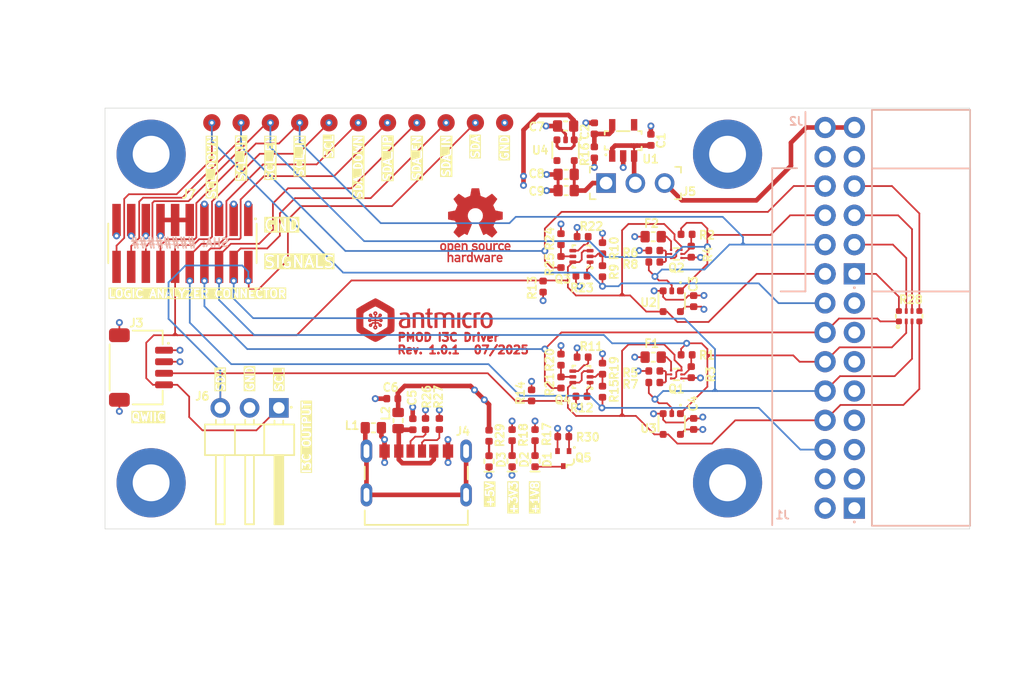
<source format=kicad_pcb>
(kicad_pcb (version 20241229) (generator "pcbnew") (generator_version "9.0")
  (title_block (title "I3C output stage adapter") (date "2025-07-22") (rev "1.0.1") (company "Antmicro Ltd.") (comment 1 "www.antmicro.com"))
  (layers (0 "F.Cu" signal) (4 "In1.Cu" signal) (6 "In2.Cu" signal) (2 "B.Cu" signal) (13 "F.Paste" user) (15 "B.Paste" user) (5 "F.SilkS" user "F.Silkscreen") (7 "B.SilkS" user "B.Silkscreen") (1 "F.Mask" user) (3 "B.Mask" user) (25 "Edge.Cuts" user))
  (net 0 "")
  (net 1 "GND")
  (net 2 "+3V3")
  (net 3 "/1V8_LDO")
  (net 4 "+1V8")
  (net 5 "Net-(D1-A)")
  (net 6 "Net-(D2-A)")
  (net 7 "Net-(Q3-G1)")
  (net 8 "Net-(Q1-S2)")
  (net 9 "Net-(Q2-S2)")
  (net 10 "/SDA_IN{slash}PUSH")
  (net 11 "/SDA_EN{slash}PULL")
  (net 12 "/SDA_UP")
  (net 13 "/SDA_DOWN")
  (net 14 "/SCL_IN{slash}PUSH")
  (net 15 "/SCL_EN{slash}PULL")
  (net 16 "/SCL_UP")
  (net 17 "/SCL_DOWN")
  (net 18 "/SDA")
  (net 19 "/SCL")
  (net 20 "+5V")
  (net 21 "Net-(C5-Pad1)")
  (net 22 "/LDO_3V3")
  (net 23 "/PMOD_3V3")
  (net 24 "Net-(J4-CC_{1})")
  (net 25 "Net-(J4-CC_{2})")
  (net 26 "GNDREF")
  (net 28 "Net-(Q1-G1)")
  (net 29 "Net-(Q1-G2)")
  (net 30 "Net-(Q2-G1)")
  (net 31 "Net-(Q2-G2)")
  (net 32 "Net-(Q3-S1)")
  (net 33 "Net-(Q3-S2)")
  (net 34 "Net-(Q3-G2)")
  (net 35 "Net-(Q4-S1)")
  (net 36 "Net-(Q4-S2)")
  (net 38 "Net-(Q4-G1)")
  (net 39 "Net-(Q4-G2)")
  (net 40 "/PMOD7")
  (net 41 "/PMOD5")
  (net 42 "/PMOD3")
  (net 43 "/PMOD1")
  (net 44 "Net-(D1-C)")
  (net 45 "Net-(D3-A)")
  (footprint "antmicro-footprints:R_0402_1005Metric" (layer "F.Cu") (at 172.5415 108.8935 90)
    (property "Reference" "R15")
    (property "Value" "R_0R_0402")
  )
  (footprint "antmicro-footprints:R_0402_1005Metric" (layer "F.Cu") (at 170.7215 109.2935)
    (property "Reference" "R12")
    (property "Value" "R_2k_0402")
  )
  (footprint "antmicro-footprints:MP_Pad6mm_Drill3.2mm" (layer "F.Cu") (at 133.3915 88.2935 180)
    (property "Reference" "MP2" (hide yes))
    (property "Value" "MP_Pad6mm_Drill3.2mm")
  )
  (footprint "antmicro-footprints:R_0402_1005Metric" (layer "F.Cu") (at 168.9415 106.1135 90)
    (property "Reference" "R20")
    (property "Value" "R_10k_0402")
  )
  (footprint "antmicro-footprints:R_0402_1005Metric" (layer "F.Cu") (at 170.8215 105.8935 180)
    (property "Reference" "R11")
    (property "Value" "R_2k_0402")
  )
  (footprint "antmicro-footprints:LED_0402_1005Metric_G" (layer "F.Cu") (at 164.701501 114.916501 90)
    (property "Reference" "D2")
    (property "Value" "LED_G_0402_VLMTG1500-GS08")
  )
  (footprint "antmicro-footprints:MP_Pad6mm_Drill3.2mm" (layer "F.Cu") (at 183.3915 88.2935 180)
    (property "Reference" "MP4" (hide yes))
    (property "Value" "MP_Pad6mm_Drill3.2mm")
  )
  (footprint "antmicro-footprints:C_0603_1608Metric" (layer "F.Cu") (at 169.3415 85.8435 180)
    (property "Reference" "C7")
    (property "Value" "C_1u_0603")
  )
  (footprint "antmicro-footprints:FB_0603_1608Metric" (layer "F.Cu") (at 152.6665 112.0185)
    (property "Reference" "L1")
    (property "Value" "FB_120Z_2A_Murata-BLM18PG_0603")
  )
  (footprint "antmicro-footprints:PinHeader_2x10_P1.27mm_SMD_Latch" (layer "F.Cu") (at 136.1065 96.0345 -90)
    (property "Reference" "J7")
    (property "Value" "PinHeader_2x10_P1.27mm_SMD_Latch")
  )
  (footprint "antmicro-footprints:TP_SMD_1.5mm" (layer "F.Cu") (at 164.0565 85.5635 180)
    (property "Reference" "TP1" (hide yes))
    (property "Value" "TP_1.5mm_SMD")
  )
  (footprint "antmicro-footprints:C_0402_1005Metric" (layer "F.Cu") (at 176.7415 87.0435 -90)
    (property "Reference" "C1")
    (property "Value" "C_10u_0402")
  )
  (footprint "antmicro-footprints:F_0603_1608Metric" (layer "F.Cu") (at 176.9415 105.8935 180)
    (property "Reference" "F1")
    (property "Value" "F_20mA_0603")
  )
  (footprint "antmicro-footprints:oshw-logo" (layer "F.Cu") (at 161.5165 94.4535)
    (property "Reference" "REF**" (hide yes))
    (property "Value" "LOGO" (hide yes))
  )
  (footprint "antmicro-footprints:antmicro-logo_scaled_12mm" (layer "F.Cu") (at 157.0715 102.7085)
    (property "Reference" "REF**" (hide yes))
    (property "Value" "LOGO" (hide yes))
  )
  (footprint "antmicro-footprints:R_0402_1005Metric" (layer "F.Cu") (at 166.3915 109.2135 90)
    (property "Reference" "R14")
    (property "Value" "R_10k_0402")
  )
  (footprint "antmicro-footprints:TP_SMD_1.5mm" (layer "F.Cu") (at 161.5165 85.5635 180)
    (property "Reference" "TP2" (hide yes))
    (property "Value" "TP_1.5mm_SMD")
  )
  (footprint "antmicro-footprints:R_0402_1005Metric" (layer "F.Cu") (at 162.701501 112.707502 90)
    (property "Reference" "R29")
    (property "Value" "R_2k_0402")
  )
  (footprint "antmicro-footprints:C_0402_1005Metric" (layer "F.Cu") (at 171.8365 86.0535 -90)
    (property "Reference" "C2")
    (property "Value" "C_1u_0402")
  )
  (footprint "antmicro-footprints:R_0402_1005Metric" (layer "F.Cu") (at 158.3915 111.6935 90)
    (property "Reference" "R27")
    (property "Value" "R_5k1_0402")
  )
  (footprint "antmicro-footprints:USB-C_Receptacle_CUI_UJC-HP-3-SMT-TR" (layer "F.Cu") (at 156.3915 116.7935)
    (property "Reference" "J4")
    (property "Value" "USB-C_CUI_UJC-HP-3-SMT-TR")
  )
  (footprint "antmicro-footprints:R_0402_1005Metric" (layer "F.Cu") (at 179.8415 105.6935)
    (property "Reference" "R1")
    (property "Value" "R_0R_0402")
  )
  (footprint "antmicro-footprints:LED_0402_1005Metric_G" (layer "F.Cu") (at 162.701501 114.927502 90)
    (property "Reference" "D3")
    (property "Value" "LED_G_0402_VLMTG1500-GS08")
  )
  (footprint "antmicro-footprints:R_0402_1005Metric" (layer "F.Cu") (at 157.1915 111.6935 90)
    (property "Reference" "R26")
    (property "Value" "R_5k1_0402")
  )
  (footprint "antmicro-footprints:4x0R_0402_array_EXB28V" (layer "F.Cu") (at 199.1415 102.3435)
    (property "Reference" "R28")
    (property "Value" "4x0R_0402_array")
  )
  (footprint "antmicro-footprints:C_0402_1005Metric" (layer "F.Cu") (at 180.4515 111.6865 -90)
    (property "Reference" "C4")
    (property "Value" "C_100n_0402")
  )
  (footprint "antmicro-footprints:SOT-563" (layer "F.Cu") (at 170.7165 97.1535 180)
    (property "Reference" "Q3")
    (property "Value" "DMC2400UV-7")
  )
  (footprint "antmicro-footprints:TP_SMD_1.5mm" (layer "F.Cu") (at 158.9765 85.5635 180)
    (property "Reference" "TP3" (hide yes))
    (property "Value" "TP_1.5mm_SMD")
  )
  (footprint "antmicro-footprints:SC-70-5" (layer "F.Cu") (at 169.3355 87.9365 180)
    (property "Reference" "U4")
    (property "Value" "TLV70033_SC70")
  )
  (footprint "antmicro-footprints:R_0402_1005Metric" (layer "F.Cu") (at 171.8365 88.1335 -90)
    (property "Reference" "R16")
    (property "Value" "R_0R_0402")
  )
  (footprint "antmicro-footprints:SOT-963" (layer "F.Cu") (at 178.9415 107.3935 180)
    (property "Reference" "Q1")
    (property "Value" "DMC31D5UDJ")
  )
  (footprint "antmicro-footprints:R_0402_1005Metric" (layer "F.Cu") (at 169.1415 112.7935)
    (property "Reference" "R30")
    (property "Value" "R_10k_0402")
  )
  (footprint "antmicro-footprints:SOT-563" (layer "F.Cu") (at 170.7165 107.6035 180)
    (property "Reference" "Q4")
    (property "Value" "DMC2400UV-7")
  )
  (footprint "antmicro-footprints:R_0402_1005Metric" (layer "F.Cu") (at 168.9415 95.6635 90)
    (property "Reference" "R24")
    (property "Value" "R_10k_0402")
  )
  (footprint "antmicro-footprints:R_0402_1005Metric" (layer "F.Cu") (at 172.5415 96.4435 -90)
    (property "Reference" "R10")
    (property "Value" "R_10k_0402")
  )
  (footprint "antmicro-footprints:C_0603_1608Metric" (layer "F.Cu") (at 169.3915 91.4435 180)
    (property "Reference" "C9")
    (property "Value" "C_1u_0603")
  )
  (footprint "antmicro-footprints:C_0402_1005Metric" (layer "F.Cu") (at 180.4515 101.0365 -90)
    (property "Reference" "C3")
    (property "Value" "C_100n_0402")
  )
  (footprint "antmicro-footprints:TP_SMD_1.5mm" (layer "F.Cu") (at 143.7365 85.5635 180)
    (property "Reference" "TP9" (hide yes))
    (property "Value" "TP_1.5mm_SMD")
  )
  (footprint "antmicro-footprints:TP_SMD_1.5mm" (layer "F.Cu") (at 141.1965 85.5635 180)
    (property "Reference" "TP10" (hide yes))
    (property "Value" "TP_1.5mm_SMD")
  )
  (footprint "antmicro-footprints:C_0402_1005Metric" (layer "F.Cu") (at 154.3115 109.4935 180)
    (property "Reference" "C6")
    (property "Value" "C_100n_16V_X7R_0402")
  )
  (footprint "antmicro-footprints:R_0402_1005Metric" (layer "F.Cu") (at 177.0415 97.6435 180)
    (property "Reference" "R8")
    (property "Value" "R_0R_0402")
  )
  (footprint "antmicro-footprints:C_0603_1608Metric" (layer "F.Cu") (at 169.3915 90.0435 180)
    (property "Reference" "C8")
    (property "Value" "C_1u_0603")
  )
  (footprint "antmicro-footprints:R_0402_1005Metric" (layer "F.Cu") (at 170.7215 98.8435)
    (property "Reference" "R23")
    (property "Value" "R_2k_0402")
  )
  (footprint "antmicro-footprints:MP_Pad6mm_Drill3.2mm" (layer "F.Cu") (at 133.3915 116.7935 180)
    (property "Reference" "MP1" (hide yes))
    (property "Value" "MP_Pad6mm_Drill3.2mm")
  )
  (footprint "antmicro-footprints:PinHeader_1x3_P2.54mm_Drill1.1mm" (layer "F.Cu") (at 172.8525 90.7935)
    (property "Reference" "J5")
    (property "Value" "PinHeader_1x3_P2.54mm_Drill1.1mm")
  )
  (footprint "antmicro-footprints:SOT-963" (layer "F.Cu") (at 178.9415 96.9435 180)
    (property "Reference" "Q2")
    (property "Value" "DMC31D5UDJ")
  )
  (footprint "antmicro-footprints:LED_0402_1005Metric_G" (layer "F.Cu") (at 166.6915 114.916501 90)
    (property "Reference" "D1")
    (property "Value" "LED_G_0402_VLMTG1500-GS08")
  )
  (footprint "antmicro-footprints:F_0603_1608Metric" (layer "F.Cu") (at 176.9415 95.4435 180)
    (property "Reference" "F2")
    (property "Value" "F_20mA_0603")
  )
  (footprint "antmicro-footprints:R_0402_1005Metric" (layer "F.Cu") (at 166.691501 112.6585 90)
    (property "Reference" "R17")
    (property "Value" "R_2k_0402")
  )
  (footprint "antmicro-footprints:TP_SMD_1.5mm" (layer "F.Cu") (at 138.6565 85.5635 180)
    (property "Reference" "TP11" (hide yes))
    (property "Value" "TP_1.5mm_SMD")
  )
  (footprint "antmicro-footprints:SOT-23-5" (layer "F.Cu") (at 174.3365 87.0935 90)
    (property "Reference" "U1")
    (property "Value" "TPS7A0518P_SOT23-5")
  )
  (footprint "antmicro-footprints:R_0402_1005Metric" (layer "F.Cu") (at 164.701501 112.658502 90)
    (property "Reference" "R18")
    (property "Value" "R_2k_0402")
  )
  (footprint "antmicro-footprints:TP_SMD_1.5mm" (layer "F.Cu") (at 153.8965 85.5635 180)
    (property "Reference" "TP5" (hide yes))
    (property "Value" "TP_1.5mm_SMD")
  )
  (footprint "antmicro-footprints:R_0402_1005Metric" (layer "F.Cu") (at 177.0415 108.0935 180)
    (property "Reference" "R7")
    (property "Value" "R_0R_0402")
  )
  (footprint "antmicro-footprints:FB_0603_1608Metric" (layer "F.Cu") (at 154.8165 111.3935 -90)
    (property "Reference" "L2")
    (property "Value" "FB_120Z_2A_Murata-BLM18PG_0603")
  )
  (footprint "antmicro-footprints:R_0402_1005Metric" (layer "F.Cu") (at 177.0415 107.0935 180)
    (property "Reference" "R5")
    (property "Value" "R_10k_0402")
  )
  (footprint "antmicro-footprints:Conn_JST_SH_1x4_SM04B-SRSS-TB-LF-SN" (layer "F.Cu") (at 132.3915 106.7935 -90)
    (property "Reference" "J3")
    (property "Value" "JST_SH_1x4_SM04B-SRSS-TB-LF-SN")
  )
  (footprint "antmicro-footprints:R_0402_1005Metric" (layer "F.Cu") (at 168.9415 108.0935 -90)
    (property "Reference" "R21")
    (property "Value" "R_0R_0402")
  )
  (footprint "antmicro-footprints:R_0402_1005Metric" (layer "F.Cu") (at 180.2415 96.7435 90)
    (property "Reference" "R4")
    (property "Value" "R_10k_0402")
  )
  (footprint "antmicro-footprints:R_0402_1005Metric" (layer "F.Cu") (at 180.2415 107.1935 90)
    (property "Reference" "R3")
    (property "Value" "R_10k_0402")
  )
  (footprint "antmicro-footprints:SOT-523" (layer "F.Cu") (at 169.1415 114.6935 180)
    (property "Reference" "Q5")
    (property "Value" "DMG1012T-7")
  )
  (footprint "antmicro-footprints:PinHeader_1x3_P2.54mm_Horizontal" (layer "F.Cu") (at 144.4695 110.2935 -90)
    (property "Reference" "J6")
    (property "Value" "PinHeader_1x3_P2.54mm_Drill1.1mm_Horizontal")
  )
  (footprint "antmicro-footprints:TP_SMD_1.5mm" (layer "F.Cu") (at 156.4365 85.5635 180)
    (property "Reference" "TP4" (hide yes))
    (property "Value" "TP_1.5mm_SMD")
  )
  (footprint "antmicro-footprints:R_0402_1005Metric" (layer "F.Cu") (at 179.8365 95.2435)
    (property "Reference" "R2")
    (property "Value" "R_0R_0402")
  )
  (footprint "antmicro-footprints:TP_SMD_1.5mm" (layer "F.Cu") (at 148.8165 85.5635 180)
    (property "Reference" "TP7" (hide yes))
    (property "Value" "TP_1.5mm_SMD")
  )
  (footprint "antmicro-footprints:MP_Pad6mm_Drill3.2mm" (layer "F.Cu") (at 183.3915 116.7935 180)
    (property "Reference" "MP3" (hide yes))
    (property "Value" "MP_Pad6mm_Drill3.2mm")
  )
  (footprint "antmicro-footprints:SOT-353" (layer "F.Cu") (at 178.5465 101.0365 180)
    (property "Reference" "U2")
    (property "Value" "SN74LVC1G240_SC70")
  )
  (footprint "antmicro-footprints:R_0402_1005Metric" (layer "F.Cu") (at 168.9415 97.6435 -90)
    (property "Reference" "R25")
    (property "Value" "R_0R_0402")
  )
  (footprint "antmicro-footprints:R_0402_1005Metric" (layer "F.Cu") (at 172.5415 106.8935 -90)
    (property "Reference" "R19")
    (property "Value" "R_10k_0402")
  )
  (footprint "antmicro-footprints:R_0402_1005Metric" (layer "F.Cu") (at 172.5415 98.4435 90)
    (property "Reference" "R9")
    (property "Value" "R_0R_0402")
  )
  (footprint "antmicro-footprints:R_0402_1005Metric" (layer "F.Cu") (at 167.3915 99.7735 -90)
    (property "Reference" "R13")
    (property "Value" "R_10k_0402")
  )
  (footprint "antmicro-footprints:R_0402_1005Metric" (layer "F.Cu") (at 177.0415 96.6435 180)
    (property "Reference" "R6")
    (property "Value" "R_10k_0402")
  )
  (footprint "antmicro-footprints:SOT-353" (layer "F.Cu") (at 178.5465 111.6865 180)
    (property "Reference" "U3")
    (property "Value" "SN74LVC1G240_SC70")
  )
  (footprint "antmicro-footprints:TP_SMD_1.5mm" (layer "F.Cu") (at 151.3665 85.5635 180)
    (property "Reference" "TP6" (hide yes))
    (property "Value" "TP_1.5mm_SMD")
  )
  (footprint "antmicro-footprints:C_0402_1005Metric" (layer "F.Cu") (at 156.0915 111.7135 90)
    (property "Reference" "C5")
    (property "Value" "C_10n_0402")
  )
  (footprint "antmicro-footprints:R_0402_1005Metric" (layer "F.Cu") (at 170.8215 95.4435 180)
    (property "Reference" "R22")
    (property "Value" "R_2k_0402")
  )
  (footprint "antmicro-footprints:Jumper_1x2_P2.54mm" (layer "F.Cu") (at 175.3915 90.7935 180)
    (property "Reference" "REF**")
    (property "Value" "Jumper_1x2_P2.54mm")
  )
  (footprint "antmicro-footprints:TP_SMD_1.5mm" (layer "F.Cu") (at 146.2765 85.5635 180)
    (property "Reference" "TP8" (hide yes))
    (property "Value" "TP_1.5mm_SMD")
  )
  (footprint "antmicro-footprints:PinSocket_2x6_P2.54mm_Drill1.04mm_Horizontal" (layer "B.Cu") (at 194.3915 98.6715 90)
    (property "Reference" "J2")
    (property "Value" "PinSocket_2x6_P2.54mm_Drill1.04mm_Horizontal")
  )
  (footprint "antmicro-footprints:PinSocket_2x12_P2.54mm_Drill1.04mm_Horizontal" (layer "B.Cu") (at 194.3915 118.9915 90)
    (property "Reference" "J1")
    (property "Value" "PinSocket_2x12_P2.54mm_Drill1.04mm_Horizontal")
  )
  (gr_line (start 189.4165 89.5035) (end 187.2665 89.5035) (stroke (width 0.15)) (layer "B.SilkS"))
  (gr_line (start 190.1465 84.6235) (end 190.1465 100.1935) (stroke (width 0.15)) (layer "B.SilkS"))
  (gr_line (start 190.1465 100.1935) (end 187.9965 100.1935) (stroke (width 0.15)) (layer "B.SilkS"))
  (gr_line (start 187.2665 89.5035) (end 187.2665 120.4635) (stroke (width 0.15)) (layer "B.SilkS"))
  (gr_line (start 129.3915 120.7935) (end 204.3915 120.7935) (stroke (width 0.05)) (layer "Edge.Cuts"))
  (gr_line (start 204.3915 84.2935) (end 129.3915 84.2935) (stroke (width 0.05)) (layer "Edge.Cuts"))
  (gr_line (start 129.3915 84.2935) (end 129.3915 120.7935) (stroke (width 0.05)) (layer "Edge.Cuts"))
  (gr_line (start 204.3915 120.7935) (end 204.3915 84.2935) (stroke (width 0.05)) (layer "Edge.Cuts"))
  (gr_text "PMOD I3C Driver" (at 154.6765 104.5835 0) (layer "F.Cu") (effects (font (size 0.7 0.7) (thickness 0.175) (bold yes)) (justify left bottom)))
  (gr_text "07/2025" (at 163.7565 105.2635 0) (layer "F.Cu") (effects (font (size 0.7 0.7) (thickness 0.175))))
  (gr_text "Rev. ${REVISION}" (at 157.4565 105.2635 0) (layer "F.Cu") (effects (font (size 0.7 0.7) (thickness 0.175))))
  (gr_text "SDA" (at 161.5265 86.5795 90) (layer "F.SilkS" knockout) (effects (font (size 0.7 0.7)) (justify right)))
  (gr_text "SCL" (at 144.4985 108.9315 90) (layer "F.SilkS" knockout) (effects (font (size 0.7 0.7)) (justify left)))
  (gr_text "SDA_UP" (at 153.8965 86.5795 90) (layer "F.SilkS" knockout) (effects (font (size 0.7 0.7)) (justify right)))
  (gr_text "SDA_IN" (at 158.9865 86.5795 90) (layer "F.SilkS" knockout) (effects (font (size 0.7 0.7)) (justify right)))
  (gr_text "+3V3" (at 164.8185 118.0755 90) (layer "F.SilkS" knockout) (effects (font (size 0.7 0.7))))
  (gr_text "SCL_EN" (at 143.7365 86.5795 90) (layer "F.SilkS" knockout) (effects (font (size 0.7 0.7)) (justify right)))
  (gr_text "SCL_DOWN" (at 138.6565 86.5795 90) (layer "F.SilkS" knockout) (effects (font (size 0.7 0.7)) (justify right)))
  (gr_text "+5V" (at 162.7865 117.8215 90) (layer "F.SilkS" knockout) (effects (font (size 0.7 0.7))))
  (gr_text "SCL" (at 148.8165 86.5795 90) (layer "F.SilkS" knockout) (effects (font (size 0.7 0.7)) (justify right)))
  (gr_text "SDA_DOWN" (at 151.3565 86.5795 90) (layer "F.SilkS" knockout) (effects (font (size 0.7 0.7)) (justify right)))
  (gr_text "SCL_UP" (at 141.1965 86.5795 90) (layer "F.SilkS" knockout) (effects (font (size 0.7 0.7)) (justify right)))
  (gr_text "SIGNALS" (at 143.1015 97.6285 0) (layer "F.SilkS" knockout) (effects (font (size 1 1)) (justify left)))
  (gr_text "SDA_EN" (at 156.4365 86.5795 90) (layer "F.SilkS" knockout) (effects (font (size 0.7 0.7)) (justify right)))
  (gr_text "SCL_IN" (at 146.2765 86.5795 90) (layer "F.SilkS" knockout) (effects (font (size 0.7 0.7)) (justify right)))
  (gr_text "GND" (at 164.0565 86.5795 90) (layer "F.SilkS" knockout) (effects (font (size 0.7 0.7)) (justify right)))
  (gr_text "I3C OUTPUT" (at 147.2925 116.0435 90) (layer "F.SilkS" knockout) (effects (font (size 0.7 0.7)) (justify left bottom)))
  (gr_text "GND" (at 143.1015 94.4535 0) (layer "F.SilkS" knockout) (effects (font (size 1 1)) (justify left)))
  (gr_text "QWIIC" (at 131.6 111.5 0) (layer "F.SilkS" knockout) (effects (font (size 0.7 0.7)) (justify left bottom)))
  (gr_text "LOGIC ANALYZER CONNECTOR\n" (at 129.59 100.8 0) (layer "F.SilkS" knockout) (effects (font (size 0.7 0.7)) (justify left bottom)))
  (gr_text "SDA" (at 139.4185 108.9315 90) (layer "F.SilkS" knockout) (effects (font (size 0.7 0.7)) (justify left)))
  (gr_text "GND" (at 141.9585 108.9315 90) (layer "F.SilkS" knockout) (effects (font (size 0.7 0.7)) (justify left)))
  (gr_text "+1V8" (at 166.691501 118.0755 90) (layer "F.SilkS" knockout) (effects (font (size 0.7 0.7))))
  (gr_text "SHA: ########" (at 140.2265 96.3735 0) (layer "B.SilkS") (effects (font (size 0.7 0.7)) (justify left bottom mirror)))
  (segment (start 169.3415 86.5435) (end 168.6415 85.8435) (width 0.254) (layer "F.Cu") (net 1))
  (segment (start 170.2415 99.4435) (end 170.2415 98.8435) (width 0.15) (layer "F.Cu") (net 1))
  (segment (start 172.5415 106.4135) (end 172.5415 105.5935) (width 0.15) (layer "F.Cu") (net 1))
  (segment (start 180.4515 111.2065) (end 179.9965 111.2065) (width 0.15) (layer "F.Cu") (net 1))
  (segment (start 178.0415 111.5615) (end 177.8035 111.3235) (width 0.15) (layer "F.Cu") (net 1))
  (segment (start 167.6925 90.0485) (end 168.6865 90.0485) (width 0.4) (layer "F.Cu") (net 1))
  (segment (start 153.6465 115.0375) (end 153.6465 114.0435) (width 0.4) (layer "F.Cu") (net 1))
  (segment (start 179.6415 100.9115) (end 178.0415 100.9115) (width 0.15) (layer "F.Cu") (net 1))
  (segment (start 156.0915 111.2335) (end 156.0865 111.2285) (width 0.4) (layer "F.Cu") (net 1))
  (segment (start 168.6435 112.0715) (end 168.6435 112.8115) (width 0.15) (layer "F.Cu") (net 1))
  (segment (start 180.4515 100.5565) (end 179.9965 100.5565) (width 0.15) (layer "F.Cu") (net 1))
  (segment (start 170.2415 109.8935) (end 170.2415 109.2935) (width 0.15) (layer "F.Cu") (net 1))
  (segment (start 170.5415 110.1935) (end 170.2415 109.8935) (width 0.15) (layer "F.Cu") (net 1))
  (segment (start 162.701501 116.139501) (end 162.701501 115.407502) (width 0.2) (layer "F.Cu") (net 1))
  (segment (start 177.0215 100.1435) (end 177.8035 100.1435) (width 0.15) (layer "F.Cu") (net 1))
  (segment (start 153.3665 112.7695) (end 153.3665 112.0185) (width 0.4) (layer "F.Cu") (net 1))
  (segment (start 136.7415 93.9945) (end 134.2015 93.9945) (width 0.4) (layer "F.Cu") (net 1))
  (segment (start 179.9965 100.5565) (end 179.6415 100.9115) (width 0.15) (layer "F.Cu") (net 1))
  (segment (start 159.1455 115.0375) (end 159.1455 114.0435) (width 0.4) (layer "F.Cu") (net 1))
  (segment (start 170.5415 99.7435) (end 170.2415 99.4435) (width 0.15) (layer "F.Cu") (net 1))
  (segment (start 130.3915 95.3745) (end 130.3915 93.9945) (width 0.15) (layer "F.Cu") (net 1))
  (segment (start 153.839 109.486) (end 153.834 109.491) (width 0.4) (layer "F.Cu") (net 1))
  (segment (start 167.6925 91.4485) (end 168.6865 91.4485) (width 0.4) (layer "F.Cu") (net 1))
  (segment (start 156.0815 111.2235) (end 156.0865 111.2285) (width 0.4) (layer "F.Cu") (net 1))
  (segment (start 156.0815 110.2295) (end 156.0815 111.2235) (width 0.4) (layer "F.Cu") (net 1))
  (segment (start 164.691501 116.1385) (end 164.691501 115.406501) (width 0.2) (layer "F.Cu") (net 1))
  (segment (start 181.3415 100.5435) (end 180.4645 100.5435) (width 0.15) (layer "F.Cu") (net 1))
  (segment (start 157.1915 110.4735) (end 157.1915 111.2135) (width 0.15) (layer "F.Cu") (net 1))
  (segment (start 180.4645 100.5435) (end 180.4515 100.5565) (width 0.15) (layer "F.Cu") (net 1))
  (segment (start 141.8215 92.6145) (end 141.8215 93.9945) (width 0.15) (layer "F.Cu") (net 1))
  (segment (start 167.6425 85.8485) (end 168.6365 85.8485) (width 0.4) (layer "F.Cu") (net 1))
  (segment (start 139.2825 92.6145) (end 139.2825 93.9945) (width 0.15) (layer "F.Cu") (net 1))
  (segment (start 179.6415 111.5615) (end 178.0415 111.5615) (width 0.15) (layer "F.Cu") (net 1))
  (segment (start 181.0415 107.6935) (end 180.2615 107.6935) (width 0.15) (layer "F.Cu") (net 1))
  (segment (start 135.8915 105.2935) (end 134.5115 105.2935) (width 0.15) (layer "F.Cu") (net 1))
  (segment (start 158.3915 110.4735) (end 158.3915 111.2135) (width 0.15) (layer "F.Cu") (net 1))
  (segment (start 140.5515 92.6145) (end 140.5515 93.9945) (width 0.15) (layer "F.Cu") (net 1))
  (segment (start 176.9715 110.8035) (end 176.9815 110.7935) (width 0.15) (layer "F.Cu") (net 1))
  (segment (start 132.9325 95.3745) (end 132.9325 93.9945) (width 0.15) (layer "F.Cu") (net 1))
  (segment (start 168.6365 85.8485) (end 168.6415 85.8435) (width 0.4) (layer "F.Cu") (net 1))
  (segment (start 181.0415 97.2435) (end 180.2615 97.2435) (width 0.15) (layer "F.Cu") (net 1))
  (segment (start 172.5415 95.1435) (end 172.5415 95.9635) (width 0.15) (layer "F.Cu") (net 1))
  (segment (start 177.8035 111.3235) (end 177.8035 110.7935) (width 0.15) (layer "F.Cu") (net 1))
  (segment (start 168.6865 90.0485) (end 168.6915 90.0435) (width 0.4) (layer "F.Cu") (net 1))
  (segment (start 159.1455 114.0435) (end 159.1405 114.0385) (width 0.4) (layer "F.Cu") (net 1))
  (segment (start 168.6865 91.4485) (end 168.6915 91.4435) (width 0.4) (layer "F.Cu") (net 1))
  (segment (start 180.2615 107.6935) (end 180.2415 107.6735) (width 0.15) (layer "F.Cu") (net 1))
  (segment (start 181.1285 111.2065) (end 180.4515 111.2065) (width 0.15) (layer "F.Cu") (net 1))
  (segment (start 181.2415 111.0935) (end 181.1285 111.2065) (width 0.15) (layer "F.Cu") (net 1))
  (segment (start 179.3915 107.7435) (end 180.1715 107.7435) (width 0.15) (layer "F.Cu") (net 1))
  (segment (start 153.6465 114.0435) (end 153.6415 114.0385) (width 0.4) (layer "F.Cu") (net 1))
  (segment (start 180.1715 107.7435) (end 180.2415 107.6735) (width 0.15) (layer "F.Cu") (net 1))
  (segment (start 174.3415 88.4495) (end 174.3365 88.4445) (width 0.4) (layer "F.Cu") (net 1))
  (segment (start 138.0135 92.6145) (end 138.0135 93.9945) (width 0.15) (layer "F.Cu") (net 1))
  (segment (start 131.6635 95.3745) (end 131.6635 93.9945) (width 0.15) (layer "F.Cu") (net 1))
  (segment (start 162.701501 115.407502) (end 162.711501 115.397502) (width 0.2) (layer "F.Cu") (net 1))
  (segment (start 153.6365 114.0335) (end 153.6415 114.0385) (width 0.4) (layer "F.Cu") (net 1))
  (segment (start 176.7415 85.8435) (end 176.7415 86.5635) (width 0.4) (layer "F.Cu") (net 1))
  (segment (start 180.2615 97.2435) (end 180.2415 97.2235) (width 0.15) (layer "F.Cu") (net 1))
  (segment (start 164.691501 115.406501) (end 164.701501 115.396501) (width 0.2) (layer "F.Cu") (net 1))
  (segment (start 152.835 109.496) (end 153.829 109.496) (width 0.4) (layer "F.Cu") (net 1))
  (segment (start 153.6365 113.0395) (end 153.6365 114.0335) (width 0.4) (layer "F.Cu") (net 1))
  (segment (start 177.8035 100.6735) (end 177.8035 100.1435) (width 0.15) (layer "F.Cu") (net 1))
  (segment (start 168.6915 91.4435) (end 168.6915 90.0435) (width 0.254) (layer "F.Cu") (net 1))
  (segment (start 176.9815 110.7935) (end 177.8035 110.7935) (width 0.15) (layer "F.Cu") (net 1))
  (segment (start 169.3415 87.0435) (end 169.3415 86.5435) (width 0.254) (layer "F.Cu") (net 1))
  (segment (start 179.9965 111.2065) (end 179.6415 111.5615) (width 0.15) (layer "F.Cu") (net 1))
  (segment (start 159.1355 113.0395) (end 159.1355 114.0335) (width 0.4) (layer "F.Cu") (net 1))
  (segment (start 174.3415 89.4435) (end 174.3415 88.4495) (width 0.4) (layer "F.Cu") (net 1))
  (segment (start 130.6365 102.8935) (end 130.6365 103.9935) (width 0.15) (layer "F.Cu") (net 1))
  (segment (start 179.3915 97.2935) (end 180.1715 97.2935) (width 0.15) (layer "F.Cu") (net 1))
  (segment (start 153.6365 113.0395) (end 153.3665 112.7695) (width 0.4) (layer "F.Cu") (net 1))
  (segment (start 153.829 109.496) (end 153.834 109.491) (width 0.4) (layer "F.Cu") (net 1))
  (segment (start 134.2015 95.3745) (end 134.2015 93.9945) (width 0.15) (layer "F.Cu") (net 1))
  (segment (start 178.0415 100.9115) (end 177.8035 100.6735) (width 0.15) (layer "F.Cu") (net 1))
  (segment (start 168.6435 112.8115) (end 168.6615 112.7935) (width 0.15) (layer "F.Cu") (net 1))
  (segment (start 159.1355 114.0335) (end 159.1405 114.0385) (width 0.4) (layer "F.Cu") (net 1))
  (segment (start 171.0965 85.5735) (end 171.8365 85.5735) (width 0.4) (layer "F.Cu") (net 1))
  (segment (start 168.6435 114.0435) (end 168.6435 112.8115) (width 0.15) (layer "F.Cu") (net 1))
  (segment (start 180.1715 97.2935) (end 180.2415 97.2235) (width 0.15) (layer "F.Cu") (net 1))
  (segment (start 130.6365 110.5935) (end 130.6365 109.5935) (width 0.15) (layer "F.Cu") (net 1))
  (via (at 181.0415 107.6935) (size 0.6) (drill 0.3) (layers "F.Cu" "B.Cu") (net 1))
  (via (at 153.6365 113.0395) (size 0.6) (drill 0.3) (layers "F.Cu" "B.Cu") (net 1))
  (via (at 167.6425 85.8485) (size 0.6) (drill 0.3) (layers "F.Cu" "B.Cu") (net 1))
  (via (at 138.0135 92.6145) (size 0.6) (drill 0.3) (layers "F.Cu" "B.Cu") (net 1))
  (via (at 164.0565 85.5635) (size 0.6) (drill 0.3) (layers "F.Cu" "B.Cu") (net 1))
  (via (at 181.2415 111.0935) (size 0.6) (drill 0.3) (layers "F.Cu" "B.Cu") (net 1))
  (via (at 172.5415 105.5935) (size 0.6) (drill 0.3) (layers "F.Cu" "B.Cu") (net 1))
  (via (at 170.5415 99.7435) (size 0.6) (drill 0.3) (layers "F.Cu" "B.Cu") (net 1))
  (via (at 130.6365 102.8935) (size 0.6) (drill 0.3) (layers "F.Cu" "B.Cu") (net 1))
  (via (at 159.1355 113.0395) (size 0.6) (drill 0.3) (layers "F.Cu" "B.Cu") (net 1))
  (via (at 156.0815 110.2295) (size 0.6) (drill 0.3) (layers "F.Cu" "B.Cu") (net 1))
  (via (at 176.9715 110.8035) (size 0.6) (drill 0.3) (layers "F.Cu" "B.Cu") (net 1))
  (via (at 152.835 109.496) (size 0.6) (drill 0.3) (layers "F.Cu" "B.Cu") (net 1))
  (via (at 134.2015 95.3745) (size 0.6) (drill 0.3) (layers "F.Cu" "B.Cu") (net 1))
  (via (at 181.0415 97.2435) (size 0.6) (drill 0.3) (layers "F.Cu" "B.Cu") (net 1))
  (via (at 132.9325 95.3745) (size 0.6) (drill 0.3) (layers "F.Cu" "B.Cu") (net 1))
  (via (at 159.1455 115.0375) (size 0.6) (drill 0.3) (layers "F.Cu" "B.Cu") (net 1))
  (via (at 157.1915 110.4735) (size 0.6) (drill 0.3) (layers "F.Cu" "B.Cu") (net 1))
  (via (at 158.3915 110.4735) (size 0.6) (drill 0.3) (layers "F.Cu" "B.Cu") (net 1))
  (via (at 140.5515 92.6145) (size 0.6) (drill 0.3) (layers "F.Cu" "B.Cu") (net 1))
  (via (at 172.5415 95.1435) (size 0.6) (drill 0.3) (layers "F.Cu" "B.Cu") (net 1))
  (via (at 171.0965 85.5735) (size 0.6) (drill 0.3) (layers "F.Cu" "B.Cu") (net 1))
  (via (at 176.7415 85.8435) (size 0.6) (drill 0.3) (layers "F.Cu" "B.Cu") (net 1))
  (via (at 181.3415 100.5435) (size 0.6) (drill 0.3) (layers "F.Cu" "B.Cu") (net 1))
  (via (at 153.6465 115.0375) (size 0.6) (drill 0.3) (layers "F.Cu" "B.Cu") (net 1))
  (via (at 141.8215 92.6145) (size 0.6) (drill 0.3) (layers "F.Cu" "B.Cu") (net 1))
  (via (at 177.0215 100.1435) (size 0.6) (drill 0.3) (layers "F.Cu" "B.Cu") (net 1))
  (via (at 131.6635 95.3745) (size 0.6) (drill 0.3) (layers "F.Cu" "B.Cu") (net 1))
  (via (at 167.6925 90.0485) (size 0.6) (drill 0.3) (layers "F.Cu" "B.Cu") (net 1))
  (via (at 139.2825 92.6145) (size 0.6) (drill 0.3) (layers "F.Cu" "B.Cu") (net 1))
  (via (at 170.5415 110.1935) (size 0.6) (drill 0.3) (layers "F.Cu" "B.Cu") (net 1))
  (via (at 168.6435 112.0715) (size 0.6) (drill 0.3) (layers "F.Cu" "B.Cu") (net 1))
  (via (at 130.3915 95.3745) (size 0.6) (drill 0.3) (layers "F.Cu" "B.Cu") (net 1))
  (via (at 162.701501 116.139501) (size 0.6) (drill 0.3) (layers "F.Cu" "B.Cu") (net 1))
  (via (at 130.6365 110.5935) (size 0.6) (drill 0.3) (layers "F.Cu" "B.Cu") (net 1))
  (via (at 135.8915 105.2935) (size 0.6) (drill 0.3) (layers "F.Cu" "B.Cu") (net 1))
  (via (at 174.3415 89.4435) (size 0.6) (drill 0.3) (layers "F.Cu" "B.Cu") (net 1))
  (via (at 164.691501 116.1385) (size 0.6) (drill 0.3) (layers "F.Cu" "B.Cu") (net 1))
  (via (at 167.6925 91.4485) (size 0.6) (drill 0.3) (layers "F.Cu" "B.Cu") (net 1))
  (segment (start 175.2855 87.8435) (end 175.2855 87.7875) (width 0.15) (layer "F.Cu") (net 2))
  (segment (start 173.6415 87.5435) (end 173.3855 87.7995) (width 0.4) (layer "F.Cu") (net 2))
  (segment (start 175.2855 87.7875) (end 175.0415 87.5435) (width 0.15) (layer "F.Cu") (net 2))
  (segment (start 175.2855 87.7995) (end 175.5415 87.5435) (width 0.15) (layer "F.Cu") (net 2))
  (segment (start 175.5415 87.5435) (end 175.2415 87.5435) (width 0.4) (layer "F.Cu") (net 2))
  (segment (start 175.2855 88.4445) (end 175.2855 87.8435) (width 0.15) (layer "F.Cu") (net 2))
  (segment (start 164.701501 111.438502) (end 164.701501 112.178502) (width 0.15) (layer "F.Cu") (net 2))
  (segment (start 135.8915 106.2935) (end 134.5115 106.2935) (width 0.15) (layer "F.Cu") (net 2))
  (segment (start 173.3855 87.7995) (end 173.3855 88.4445) (width 0.4) (layer "F.Cu") (net 2))
  (segment (start 166.691501 111.4385) (end 166.691501 112.1785) (width 0.15) (layer "F.Cu") (net 2))
  (segment (start 175.2855 87.8435) (end 175.2855 87.7995) (width 0.15) (layer "F.Cu") (net 2))
  (segment (start 176.7215 87.5435) (end 175.5415 87.5435) (width 0.4) (layer "F.Cu") (net 2))
  (segment (start 175.2855 90.6875) (end 175.3915 90.7935) (width 0.4) (layer "F.Cu") (net 2))
  (segment (start 175.2855 87.8435) (end 175.2855 87.5875) (width 0.15) (layer "F.Cu") (net 2))
  (segment (start 175.2415 87.5435) (end 175.0415 87.5435) (width 0.4) (layer "F.Cu") (net 2))
  (segment (start 175.2855 87.5875) (end 175.2415 87.5435) (width 0.15) (layer "F.Cu") (net 2))
  (segment (start 175.2855 88.4445) (end 175.2855 90.6875) (width 0.4) (layer "F.Cu") (net 2))
  (segment (start 175.0415 87.5435) (end 173.6415 87.5435) (width 0.4) (layer "F.Cu") (net 2))
  (segment (start 176.7415 87.5235) (end 176.7215 87.5435) (width 0.4) (layer "F.Cu") (net 2))
  (via (at 164.701501 111.438502) (size 0.6) (drill 0.3) (layers "F.Cu" "B.Cu") (net 2))
  (via (at 166.691501 111.4385) (size 0.6) (drill 0.3) (layers "F.Cu" "B.Cu") (net 2))
  (via (at 135.8915 106.2935) (size 0.6) (drill 0.3) (layers "F.Cu" "B.Cu") (net 2))
  (segment (start 171.8365 86.5335) (end 173.121 86.5335) (width 0.4) (layer "F.Cu") (net 3))
  (segment (start 173.3855 86.269) (end 173.3855 85.7435) (width 0.4) (layer "F.Cu") (net 3))
  (segment (start 173.121 86.5335) (end 173.3855 86.269) (width 0.4) (layer "F.Cu") (net 3))
  (segment (start 171.8365 86.5335) (end 171.8365 87.6535) (width 0.4) (layer "F.Cu") (net 3))
  (segment (start 171.8365 89.4335) (end 171.8365 88.6135) (width 0.4) (layer "F.Cu") (net 4))
  (segment (start 166.3915 107.9935) (end 166.3915 108.7335) (width 0.15) (layer "F.Cu") (net 4))
  (segment (start 179.7295 101.5165) (end 179.3025 101.9435) (width 0.15) (layer "F.Cu") (net 4))
  (segment (start 168.9415 104.8935) (end 168.9415 105.6335) (width 0.15) (layer "F.Cu") (net 4))
  (segment (start 169.6415 114.0435) (end 169.6415 112.8135) (width 0.15) (layer "F.Cu") (net 4))
  (segment (start 168.9415 94.3435) (end 168.9415 95.1835) (width 0.15) (layer "F.Cu") (net 4))
  (segment (start 170.3415 105.0935) (end 170.3415 105.8935) (width 0.15) (layer "F.Cu") (net 4))
  (segment (start 169.6415 112.8135) (end 169.6215 112.7935) (width 0.15) (layer "F.Cu") (net 4))
  (segment (start 175.7415 96.6435) (end 176.5615 96.6435) (width 0.152) (layer "F.Cu") (net 4))
  (segment (start 181.2415 112.1665) (end 180.4515 112.1665) (width 0.15) (layer "F.Cu") (net 4))
  (segment (start 170.3415 94.6435) (end 170.3415 95.4435) (width 0.15) (layer "F.Cu") (net 4))
  (segment (start 181.3415 101.7435) (end 181.1145 101.5165) (width 0.15) (layer "F.Cu") (net 4))
  (segment (start 175.3415 95.4435) (end 176.2415 95.4435) (width 0.152) (layer "F.Cu") (net 4))
  (segment (start 180.4515 112.1665) (end 179.7295 112.1665) (width 0.15) (layer "F.Cu") (net 4))
  (segment (start 181.1145 101.5165) (end 180.4515 101.5165) (width 0.15) (layer "F.Cu") (net 4))
  (segment (start 169.6415 112.0735) (end 169.6415 112.8135) (width 0.15) (layer "F.Cu") (net 4))
  (segment (start 179.7295 112.1665) (end 179.3025 112.5935) (width 0.15) (layer "F.Cu") (net 4))
  (segment (start 176.5615 107.0935) (end 175.6415 107.0935) (width 0.152) (layer "F.Cu") (net 4))
  (segment (start 175.3415 105.8935) (end 176.2415 105.8935) (width 0.152) (layer "F.Cu") (net 4))
  (segment (start 167.3915 100.9935) (end 167.3915 100.2535) (width 0.15) (layer "F.Cu") (net 4))
  (segment (start 180.4515 101.5165) (end 179.7295 101.5165) (width 0.15) (layer "F.Cu") (net 4))
  (via (at 169.6415 112.0735) (size 0.6) (drill 0.3) (layers "F.Cu" "B.Cu") (net 4))
  (via (at 170.3415 94.6435) (size 0.6) (drill 0.3) (layers "F.Cu" "B.Cu") (net 4))
  (via (at 175.3415 95.4435) (size 0.6) (drill 0.3) (layers "F.Cu" "B.Cu") (net 4))
  (via (at 168.9415 104.8935) (size 0.6) (drill 0.3) (layers "F.Cu" "B.Cu") (net 4))
  (via (at 175.7415 96.6435) (size 0.6) (drill 0.3) (layers "F.Cu" "B.Cu") (net 4))
  (via (at 175.3415 105.8935) (size 0.6) (drill 0.3) (layers "F.Cu" "B.Cu") (net 4))
  (via (at 168.9415 94.3435) (size 0.6) (drill 0.3) (layers "F.Cu" "B.Cu") (net 4))
  (via (at 181.3415 101.7435) (size 0.6) (drill 0.3) (layers "F.Cu" "B.Cu") (net 4))
  (via (at 170.3415 105.0935) (size 0.6) (drill 0.3) (layers "F.Cu" "B.Cu") (net 4))
  (via (at 167.3915 100.9935) (size 0.6) (drill 0.3) (layers "F.Cu" "B.Cu") (net 4))
  (via (at 181.2415 112.1665) (size 0.6) (drill 0.3) (layers "F.Cu" "B.Cu") (net 4))
  (via (at 166.3915 107.9935) (size 0.6) (drill 0.3) (layers "F.Cu" "B.Cu") (net 4))
  (via (at 175.6415 107.0935) (size 0.6) (drill 0.3) (layers "F.Cu" "B.Cu") (net 4))
  (via (at 171.8365 89.4335) (size 0.6) (drill 0.3) (layers "F.Cu" "B.Cu") (net 4))
  (segment (start 166.691501 113.1385) (end 166.6915 114.436501) (width 0.2) (layer "F.Cu") (net 5))
  (segment (start 164.701501 113.138502) (end 164.701501 114.436501) (width 0.2) (layer "F.Cu") (net 6))
  (segment (start 172.1615 96.9235) (end 171.9325 97.1525) (width 0.15) (layer "F.Cu") (net 7))
  (segment (start 172.5415 96.9235) (end 172.1615 96.9235) (width 0.15) (layer "F.Cu") (net 7))
  (segment (start 171.9325 97.1525) (end 171.4655 97.1525) (width 0.15) (layer "F.Cu") (net 7))
  (segment (start 172.5415 97.9635) (end 172.5415 96.9235) (width 0.15) (layer "F.Cu") (net 7))
  (segment (start 178.4915 107.0435) (end 178.4915 106.2935) (width 0.152) (layer "F.Cu") (net 8))
  (segment (start 178.4915 106.2935) (end 178.0915 105.8935) (width 0.152) (layer "F.Cu") (net 8))
  (segment (start 178.0915 105.8935) (end 177.6415 105.8935) (width 0.152) (layer "F.Cu") (net 8))
  (segment (start 178.0915 95.4435) (end 177.6415 95.4435) (width 0.152) (layer "F.Cu") (net 9))
  (segment (start 178.4915 95.8435) (end 178.0915 95.4435) (width 0.152) (layer "F.Cu") (net 9))
  (segment (start 178.4915 96.5935) (end 178.4915 95.8435) (width 0.152) (layer "F.Cu") (net 9))
  (segment (start 140.5515 97.0685) (end 140.5515 99.2735) (width 0.15) (layer "F.Cu") (net 10))
  (segment (start 193.1415 107.5435) (end 191.8525 108.8325) (width 0.15) (layer "F.Cu") (net 10))
  (segment (start 152.4365 92.1035) (end 145.8715 92.1035) (width 0.15) (layer "F.Cu") (net 10))
  (segment (start 177.0915 109.5435) (end 176.5615 109.0135) (width 0.15) (layer "F.Cu") (net 10))
  (segment (start 177.4415 109.8935) (end 177.0915 109.5435) (width 0.15) (layer "F.Cu") (net 10))
  (segment (start 158.9765 85.5635) (end 152.4365 92.1035) (width 0.15) (layer "F.Cu") (net 10))
  (segment (start 176.5615 108.0935) (end 176.5615 109.0135) (width 0.152) (layer "F.Cu") (net 10))
  (segment (start 145.8715 92.1035) (end 144.5565 93.4185) (width 0.15) (layer "F.Cu") (net 10))
  (segment (start 141.1565 96.4635) (end 140.5515 97.0685) (width 0.15) (layer "F.Cu") (net 10))
  (segment (start 197.8915 107.5435) (end 193.1415 107.5435) (width 0.15) (layer "F.Cu") (net 10))
  (segment (start 144.5565 95.3635) (end 143.4565 96.4635) (width 0.15) (layer "F.Cu") (net 10))
  (segment (start 199.3915 102.7935) (end 199.3915 106.0435) (width 0.15) (layer "F.Cu") (net 10))
  (segment (start 178.5525 110.3045) (end 178.1415 109.8935) (width 0.15) (layer "F.Cu") (net 10))
  (segment (start 178.5525 110.7935) (end 178.5525 110.3045) (width 0.15) (layer "F.Cu") (net 10))
  (segment (start 178.1415 109.8935) (end 177.4415 109.8935) (width 0.15) (layer "F.Cu") (net 10))
  (segment (start 199.3915 106.0435) (end 197.8915 107.5435) (width 0.15) (layer "F.Cu") (net 10))
  (segment (start 143.4565 96.4635) (end 141.1565 96.4635) (width 0.15) (layer "F.Cu") (net 10))
  (segment (start 144.5565 93.4185) (end 144.5565 95.3635) (width 0.15) (layer "F.Cu") (net 10))
  (via (at 177.0915 109.5435) (size 0.6) (drill 0.3) (layers "F.Cu" "B.Cu") (net 10))
  (via (at 140.5515 99.2735) (size 0.6) (drill 0.3) (layers "F.Cu" "B.Cu") (net 10))
  (via (at 158.9765 85.5635) (size 0.6) (drill 0.3) (layers "F.Cu" "B.Cu") (net 10))
  (segment (start 177.0915 109.5435) (end 177.8025 108.8325) (width 0.152) (layer "B.Cu") (net 10))
  (segment (start 177.8025 108.8325) (end 182.1015 108.8325) (width 0.152) (layer "B.Cu") (net 10))
  (segment (start 182.3015 105.1935) (end 182.3015 108.6335) (width 0.15) (layer "B.Cu") (net 10))
  (segment (start 142.2415 102.5135) (end 157.5515 102.5135) (width 0.15) (layer "B.Cu") (net 10))
  (segment (start 182.3015 108.6425) (end 182.1115 108.8325) (width 0.15) (layer "B.Cu") (net 10))
  (segment (start 182.1115 108.8325) (end 182.1015 108.8325) (width 0.15) (layer "B.Cu") (net 10))
  (segment (start 179.6615 102.5535) (end 182.3015 105.1935) (width 0.15) (layer "B.Cu") (net 10))
  (segment (start 182.4915 108.8325) (end 191.8525 108.8325) (width 0.152) (layer "B.Cu") (net 10))
  (segment (start 182.3015 108.6335) (end 182.3015 108.6425) (width 0.15) (layer "B.Cu") (net 10))
  (segment (start 140.5515 99.2735) (end 140.5515 100.8235) (width 0.15) (layer "B.Cu") (net 10))
  (segment (start 182.3015 108.6335) (end 182.3015 108.8325) (width 0.15) (layer "B.Cu") (net 10))
  (segment (start 140.5515 100.8235) (end 142.2415 102.5135) (width 0.15) (layer "B.Cu") (net 10))
  (segment (start 182.3015 108.8325) (end 182.4915 108.8325) (width 0.152) (layer "B.Cu") (net 10))
  (segment (start 182.1015 108.8325) (end 182.3015 108.8325) (width 0.152) (layer "B.Cu") (net 10))
  (segment (start 182.3015 108.6425) (end 182.4915 108.8325) (width 0.15) (layer "B.Cu") (net 10))
  (segment (start 157.5915 102.5535) (end 179.6615 102.5535) (width 0.15) (layer "B.Cu") (net 10))
  (segment (start 156.4365 85.5635) (end 150.7565 91.2435) (width 0.15) (layer "F.Cu") (net 11))
  (segment (start 145.2715 91.2435) (end 143.9565 92.5585) (width 0.15) (layer "F.Cu") (net 11))
  (segment (start 181.6415 105.7435) (end 189.0915 105.7435) (width 0.152) (layer "F.Cu") (net 11))
  (segment (start 140.3065 96.0635) (end 139.2825 97.0875) (width 0.15) (layer "F.Cu") (net 11))
  (segment (start 181.6415 105.7435) (end 181.6415 108.4545) (width 0.15) (layer "F.Cu") (net 11))
  (segment (start 150.7565 91.2435) (end 145.2715 91.2435) (width 0.15) (layer "F.Cu") (net 11))
  (segment (start 181.6415 108.4545) (end 179.3025 110.7935) (width 0.15) (layer "F.Cu") (net 11))
  (segment (start 198.8915 103.7935) (end 197.6415 105.0435) (width 0.15) (layer "F.Cu") (net 11))
  (segment (start 181.8415 105.7435) (end 181.6415 105.5435) (width 0.152) (layer "F.Cu") (net 11))
  (segment (start 179.3615 105.1735) (end 179.3615 105.6935) (width 0.15) (layer "F.Cu") (net 11))
  (segment (start 189.6415 106.2935) (end 191.8525 106.2935) (width 0.152) (layer "F.Cu") (net 11))
  (segment (start 193.1025 105.0435) (end 191.8525 106.2935) (width 0.15) (layer "F.Cu") (net 11))
  (segment (start 142.7565 96.0635) (end 140.3065 96.0635) (width 0.15) (layer "F.Cu") (net 11))
  (segment (start 143.9565 94.8635) (end 142.7565 96.0635) (width 0.15) (layer "F.Cu") (net 11))
  (segment (start 181.8415 105.7435) (end 181.6415 105.9435) (width 0.152) (layer "F.Cu") (net 11))
  (segment (start 181.6415 105.7435) (end 181.6415 105.1935) (width 0.15) (layer "F.Cu") (net 11))
  (segment (start 179.8415 104.6935) (end 179.3615 105.1735) (width 0.15) (layer "F.Cu") (net 11))
  (segment (start 198.8915 102.7935) (end 198.8915 103.7935) (width 0.15) (layer "F.Cu") (net 11))
  (segment (start 181.8415 105.7435) (end 181.6415 105.7435) (width 0.152) (layer "F.Cu") (net 11))
  (segment (start 181.6415 105.1935) (end 181.1415 104.6935) (width 0.15) (layer "F.Cu") (net 11))
  (segment (start 189.0915 105.7435) (end 189.6415 106.2935) (width 0.152) (layer "F.Cu") (net 11))
  (segment (start 143.9565 92.5585) (end 143.9565 94.8635) (width 0.15) (layer "F.Cu") (net 11))
  (segment (start 181.1415 104.6935) (end 179.8415 104.6935) (width 0.15) (layer "F.Cu") (net 11))
  (segment (start 139.2825 97.0875) (end 139.2825 99.2735) (width 0.15) (layer "F.Cu") (net 11))
  (segment (start 197.6415 105.0435) (end 193.1025 105.0435) (width 0.15) (layer "F.Cu") (net 11))
  (via (at 179.8415 104.6935) (size 0.6) (drill 0.3) (layers "F.Cu" "B.Cu") (net 11))
  (via (at 156.4365 85.5635) (size 0.6) (drill 0.3) (layers "F.Cu" "B.Cu") (net 11))
  (via (at 139.2825 99.2735) (size 0.6) (drill 0.3) (layers "F.Cu" "B.Cu") (net 11))
  (segment (start 139.2825 99.2735) (end 139.2825 100.9345) (width 0.15) (layer "B.Cu") (net 11))
  (segment (start 139.2825 100.9345) (end 142.3215 103.9735) (width 0.15) (layer "B.Cu") (net 11))
  (segment (start 172.6615 103.9735) (end 173.3815 104.6935) (width 0.15) (layer "B.Cu") (net 11))
  (segment (start 142.3215 103.9735) (end 172.6615 103.9735) (width 0.15) (layer "B.Cu") (net 11))
  (segment (start 173.3815 104.6935) (end 179.8415 104.6935) (width 0.15) (layer "B.Cu") (net 11))
  (segment (start 143.1815 90.1935) (end 141.1565 92.2185) (width 0.15) (layer "F.Cu") (net 12))
  (segment (start 198.254 102.7935) (end 196.6415 102.7935) (width 0.15) (layer "F.Cu") (net 12))
  (segment (start 141.1565 92.4635) (end 141.1565 95.5565) (width 0.15) (layer "F.Cu") (net 12))
  (segment (start 149.2565 90.1935) (end 143.1815 90.1935) (width 0.15) (layer "F.Cu") (net 12))
  (segment (start 141.0495 95.6635) (end 140.1565 95.6635) (width 0.15) (layer "F.Cu") (net 12))
  (segment (start 168.1215 108.5735) (end 167.5415 107.9935) (width 0.15) (layer "F.Cu") (net 12))
  (segment (start 141.1565 92.2185) (end 141.1565 92.4635) (width 0.15) (layer "F.Cu") (net 12))
  (segment (start 168.9415 108.5735) (end 168.1215 108.5735) (width 0.15) (layer "F.Cu") (net 12))
  (segment (start 167.5415 107.9935) (end 167.5415 105.1935) (width 0.15) (layer "F.Cu") (net 12))
  (segment (start 191.8525 103.7495) (end 168.9855 103.7495) (width 0.152) (layer "F.Cu") (net 12))
  (segment (start 138.5565 96.4635) (end 138.0135 97.0065) (width 0.15) (layer "F.Cu") (net 12))
  (segment (start 153.8865 85.5635) (end 149.2565 90.1935) (width 0.15) (layer "F.Cu") (net 12))
  (segment (start 138.0135 97.0065) (end 138.0135 99.2735) (width 0.15) (layer "F.Cu") (net 12))
  (segment (start 140.1565 95.6635) (end 139.3565 96.4635) (width 0.15) (layer "F.Cu") (net 12))
  (segment (start 168.9855 103.7495) (end 167.5415 105.1935) (width 0.152) (layer "F.Cu") (net 12))
  (segment (start 193.0585 102.5435) (end 191.8525 103.7495) (width 0.15) (layer "F.Cu") (net 12))
  (segment (start 141.1565 95.5565) (end 141.0495 95.6635) (width 0.15) (layer "F.Cu") (net 12))
  (segment (start 196.6415 102.7935) (end 196.3915 102.5435) (width 0.15) (layer "F.Cu") (net 12))
  (segment (start 139.3565 96.4635) (end 138.5565 96.4635) (width 0.15) (layer "F.Cu") (net 12))
  (segment (start 196.3915 102.5435) (end 193.0585 102.5435) (width 0.15) (layer "F.Cu") (net 12))
  (via (at 167.5415 105.1935) (size 0.6) (drill 0.3) (layers "F.Cu" "B.Cu") (net 12))
  (via (at 153.8865 85.5635) (size 0.6) (drill 0.3) (layers "F.Cu" "B.Cu") (net 12))
  (via (at 138.0135 99.2735) (size 0.6) (drill 0.3) (layers "F.Cu" "B.Cu") (net 12))
  (segment (start 138.0135 101.4755) (end 141.7315 105.1935) (width 0.15) (layer "B.Cu") (net 12))
  (segment (start 138.0135 99.2735) (end 138.0135 101.4755) (width 0.15) (layer "B.Cu") (net 12))
  (segment (start 141.7315 105.1935) (end 167.5415 105.1935) (width 0.15) (layer "B.Cu") (net 12))
  (segment (start 143.1015 89.1735) (end 139.9215 92.3535) (width 0.15) (layer "F.Cu") (net 13))
  (segment (start 172.5415 109.3735) (end 172.5415 110.2435) (width 0.152) (layer "F.Cu") (net 13))
  (segment (start 147.7465 89.1735) (end 143.1015 89.1735) (width 0.15) (layer "F.Cu") (net 13))
  (segment (start 136.7415 97.0785) (end 136.7415 99.2735) (width 0.15) (layer "F.Cu") (net 13))
  (segment (start 172.5415 110.2435) (end 172.4915 110.2935) (width 0.152) (layer "F.Cu") (net 13))
  (segment (start 137.7565 96.0635) (end 136.7415 97.0785) (width 0.15) (layer "F.Cu") (net 13))
  (segment (start 139.9215 92.3535) (end 139.9215 95.4485) (width 0.15) (layer "F.Cu") (net 13))
  (segment (start 151.3565 85.5635) (end 147.7465 89.1735) (width 0.15) (layer "F.Cu") (net 13))
  (segment (start 139.9215 95.4485) (end 139.3065 96.0635) (width 0.15) (layer "F.Cu") (net 13))
  (segment (start 139.3065 96.0635) (end 137.7565 96.0635) (width 0.15) (layer "F.Cu") (net 13))
  (via (at 151.3565 85.5635) (size 0.6) (drill 0.3) (layers "F.Cu" "B.Cu") (net 13))
  (via (at 172.4915 110.2935) (size 0.6) (drill 0.3) (layers "F.Cu" "B.Cu") (net 13))
  (via (at 136.7415 99.2735) (size 0.6) (drill 0.3) (layers "F.Cu" "B.Cu") (net 13))
  (segment (start 136.7415 102.9035) (end 140.3415 106.5035) (width 0.15) (layer "B.Cu") (net 13))
  (segment (start 165.3915 109.2435) (end 171.4415 109.2435) (width 0.15) (layer "B.Cu") (net 13))
  (segment (start 186.0915 110.2935) (end 172.4915 110.2935) (width 0.152) (layer "B.Cu") (net 13))
  (segment (start 191.8525 113.9135) (end 189.7115 113.9135) (width 0.152) (layer "B.Cu") (net 13))
  (segment (start 171.4415 109.2435) (end 172.4915 110.2935) (width 0.15) (layer "B.Cu") (net 13))
  (segment (start 140.3415 106.5035) (end 162.6515 106.5035) (width 0.15) (layer "B.Cu") (net 13))
  (segment (start 162.6515 106.5035) (end 165.3915 109.2435) (width 0.15) (layer "B.Cu") (net 13))
  (segment (start 136.7415 99.2735) (end 136.7415 102.9035) (width 0.15) (layer "B.Cu") (net 13))
  (segment (start 189.7115 113.9135) (end 186.0915 110.2935) (width 0.152) (layer "B.Cu") (net 13))
  (segment (start 176.5615 97.6435) (end 176.5615 98.3635) (width 0.152) (layer "F.Cu") (net 14))
  (segment (start 134.7565 95.6635) (end 134.2015 96.2185) (width 0.15) (layer "F.Cu") (net 14))
  (segment (start 177.4415 99.2435) (end 177.0915 98.8935) (width 0.15) (layer "F.Cu") (net 14))
  (segment (start 137.3125 95.517178) (end 137.166178 95.6635) (width 0.15) (layer "F.Cu") (net 14))
  (segment (start 137.3125 92.5325) (end 137.3125 95.517178) (width 0.15) (layer "F.Cu") (net 14))
  (segment (start 177.0915 98.8935) (end 176.5615 98.3635) (width 0.15) (layer "F.Cu") (net 14))
  (segment (start 134.2015 96.2185) (end 134.2015 98.0625) (width 0.15) (layer "F.Cu") (net 14))
  (segment (start 178.1415 99.2435) (end 177.4415 99.2435) (width 0.15) (layer "F.Cu") (net 14))
  (segment (start 142.4815 87.3635) (end 137.3125 92.5325) (width 0.15) (layer "F.Cu") (net 14))
  (segment (start 137.166178 95.6635) (end 134.7565 95.6635) (width 0.15) (layer "F.Cu") (net 14))
  (segment (start 178.5525 99.6545) (end 178.1415 99.2435) (width 0.15) (layer "F.Cu") (net 14))
  (segment (start 178.5525 100.1435) (end 178.5525 99.6545) (width 0.15) (layer "F.Cu") (net 14))
  (segment (start 144.4765 87.3635) (end 142.4815 87.3635) (width 0.15) (layer "F.Cu") (net 14))
  (segment (start 146.2765 85.5635) (end 144.4765 87.3635) (width 0.15) (layer "F.Cu") (net 14))
  (via (at 146.2765 85.5635) (size 0.6) (drill 0.3) (layers "F.Cu" "B.Cu") (net 14))
  (via (at 177.0915 98.8935) (size 0.6) (drill 0.3) (layers "F.Cu" "B.Cu") (net 14))
  (segment (start 182.9715 93.7235) (end 184.7315 95.4835) (width 0.15) (layer "B.Cu") (net 14))
  (segment (start 164.4715 94.2735) (end 165.0215 93.7235) (width 0.15) (layer "B.Cu") (net 14))
  (segment (start 184.7115 96.1315) (end 184.5615 96.1315) (width 0.152) (layer "B.Cu") (net 14))
  (segment (start 184.9015 96.1315) (end 184.7115 96.1315) (width 0.152) (layer "B.Cu") (net 14))
  (segment (start 184.7315 95.9635) (end 184.7315 96.1115) (width 0.15) (layer "B.Cu") (net 14))
  (segment (start 177.0915 98.8935) (end 177.6915 98.2935) (width 0.15) (layer "B.Cu") (net 14))
  (segment (start 153.3115 94.2735) (end 164.4715 94.2735) (width 0.15) (layer "B.Cu") (net 14))
  (segment (start 184.5615 96.1315) (end 183.5535 96.1315) (width 0.152) (layer "B.Cu") (net 14))
  (segment (start 184.7335 95.9635) (end 184.9015 96.1315) (width 0.15) (layer "B.Cu") (net 14))
  (segment (start 191.8525 96.1315) (end 184.9015 96.1315) (width 0.152) (layer "B.Cu") (net 14))
  (segment (start 184.7295 95.9635) (end 184.5615 96.1315) (width 0.15) (layer "B.Cu") (net 14))
  (segment (start 184.7315 95.4835) (end 184.7315 95.9635) (width 0.15) (layer "B.Cu") (net 14))
  (segment (start 146.2765 85.5635) (end 146.2765 87.2385) (width 0.15) (layer "B.Cu") (net 14))
  (segment (start 184.7315 96.1115) (end 184.7115 96.1315) (width 0.15) (layer "B.Cu") (net 14))
  (segment (start 146.2765 87.2385) (end 153.3115 94.2735) (width 0.15) (layer "B.Cu") (net 14))
  (segment (start 184.7315 95.9635) (end 184.7295 95.9635) (width 0.15) (layer "B.Cu") (net 14))
  (segment (start 165.0215 93.7235) (end 182.9715 93.7235) (width 0.15) (layer "B.Cu") (net 14))
  (segment (start 177.6915 98.2935) (end 181.3915 98.2935) (width 0.15) (layer "B.Cu") (net 14))
  (segment (start 184.7315 95.9635) (end 184.7335 95.9635) (width 0.15) (layer "B.Cu") (net 14))
  (segment (start 183.5535 96.1315) (end 181.3915 98.2935) (width 0.152) (layer "B.Cu") (net 14))
  (segment (start 191.8525 93.5905) (end 188.8195 93.5905) (width 0.152) (layer "F.Cu") (net 15))
  (segment (start 181.1415 94.2435) (end 179.8415 94.2435) (width 0.15) (layer "F.Cu") (net 15))
  (segment (start 181.6415 95.2935) (end 181.6415 94.7435) (width 0.15) (layer "F.Cu") (net 15))
  (segment (start 143.4315 85.5635) (end 143.7365 85.5635) (width 0.15) (layer "F.Cu") (net 15))
  (segment (start 179.8415 94.2435) (end 179.3615 94.7235) (width 0.15) (layer "F.Cu") (net 15))
  (segment (start 181.6415 96.3235) (end 181.6415 97.8045) (width 0.15) (layer "F.Cu") (net 15))
  (segment (start 132.9325 96.305) (end 133.5025 95.735) (width 0.15) (layer "F.Cu") (net 15))
  (segment (start 133.6565 92.3635) (end 136.6315 92.3635) (width 0.15) (layer "F.Cu") (net 15))
  (segment (start 136.6315 92.3635) (end 143.4315 85.5635) (width 0.15) (layer "F.Cu") (net 15))
  (segment (start 179.3615 94.7235) (end 179.3615 95.2435) (width 0.15) (layer "F.Cu") (net 15))
  (segment (start 181.6415 94.7435) (end 181.1415 94.2435) (width 0.15) (layer "F.Cu") (net 15))
  (segment (start 187.1165 95.2935) (end 181.6415 95.2935) (width 0.152) (layer "F.Cu") (net 15))
  (segment (start 132.9325 97.8935) (end 132.9325 96.305) (width 0.15) (layer "F.Cu") (net 15))
  (segment (start 181.8415 95.2935) (end 181.6415 95.0935) (width 0.152) (layer "F.Cu") (net 15))
  (segment (start 188.8195 93.5905) (end 187.1165 95.2935) (width 0.152) (layer "F.Cu") (net 15))
  (segment (start 181.6415 97.8045) (end 179.3025 100.1435) (width 0.15) (layer "F.Cu") (net 15))
  (segment (start 181.8415 95.2935) (end 181.6415 95.4935) (width 0.152) (layer "F.Cu") (net 15))
  (segment (start 133.5025 95.735) (end 133.5025 92.5175) (width 0.15) (layer "F.Cu") (net 15))
  (segment (start 133.5025 92.5175) (end 133.6565 92.3635) (width 0.15) (layer "F.Cu") (net 15))
  (segment (start 181.6415 95.2935) (end 181.6415 96.3235) (width 0.15) (layer "F.Cu") (net 15))
  (segment (start 181.8415 95.2935) (end 181.6415 95.2935) (width 0.152) (layer "F.Cu") (net 15))
  (via (at 143.7365 85.5635) (size 0.6) (drill 0.3) (layers "F.Cu" "B.Cu") (net 15))
  (via (at 181.6415 96.3235) (size 0.6) (drill 0.3) (layers "F.Cu" "B.Cu") (net 15))
  (segment (start 143.7365 87.6985) (end 151.8715 95.8335) (width 0.15) (layer "B.Cu") (net 15))
  (segment (start 178.6015 97.2135) (end 179.4915 96.3235) (width 0.15) (layer "B.Cu") (net 15))
  (segment (start 171.4115 95.8335) (end 172.7915 97.2135) (width 0.15) (layer "B.Cu") (net 15))
  (segment (start 179.4915 96.3235) (end 181.6415 96.3235) (width 0.15) (layer "B.Cu") (net 15))
  (segment (start 172.7915 97.2135) (end 178.6015 97.2135) (width 0.15) (layer "B.Cu") (net 15))
  (segment (start 151.8715 95.8335) (end 171.4115 95.8335) (width 0.15) (layer "B.Cu") (net 15))
  (segment (start 143.7365 85.5635) (end 143.7365 87.6985) (width 0.15) (layer "B.Cu") (net 15))
  (segment (start 168.9415 98.1235) (end 168.1215 98.1235) (width 0.15) (layer "F.Cu") (net 16))
  (segment (start 168.1215 98.1235) (end 167.5415 97.5435) (width 0.15) (layer "F.Cu") (net 16))
  (segment (start 131.6635 96.2565) (end 131.6635 97.8935) (width 0.15) (layer "F.Cu") (net 16))
  (segment (start 136.1015 92.0635) (end 132.6955 92.0635) (width 0.15) (layer "F.Cu") (net 16))
  (segment (start 141.1965 86.9685) (end 136.1015 92.0635) (width 0.15) (layer "F.Cu") (net 16))
  (segment (start 189.1335 91.0515) (end 186.8915 93.2935) (width 0.152) (layer "F.Cu") (net 16))
  (segment (start 141.1965 85.5635) (end 141.1965 86.9685) (width 0.15) (layer "F.Cu") (net 16))
  (segment (start 132.6955 92.0635) (end 132.3565 92.4025) (width 0.15) (layer "F.Cu") (net 16))
  (segment (start 132.3565 95.5635) (end 131.6635 96.2565) (width 0.15) (layer "F.Cu") (net 16))
  (segment (start 191.8525 91.0515) (end 189.1335 91.0515) (width 0.152) (layer "F.Cu") (net 16))
  (segment (start 132.3565 92.4025) (end 132.3565 95.5635) (width 0.15) (layer "F.Cu") (net 16))
  (segment (start 167.5415 96.6835) (end 167.5415 94.7435) (width 0.15) (layer "F.Cu") (net 16))
  (segment (start 186.8915 93.2935) (end 168.9915 93.2935) (width 0.152) (layer "F.Cu") (net 16))
  (segment (start 167.5415 97.5435) (end 167.5415 96.6835) (width 0.15) (layer "F.Cu") (net 16))
  (segment (start 168.9915 93.2935) (end 167.5415 94.7435) (width 0.152) (layer "F.Cu") (net 16))
  (via (at 167.5415 96.6835) (size 0.6) (drill 0.3) (layers "F.Cu" "B.Cu") (net 16))
  (via (at 141.1965 85.5635) (size 0.6) (drill 0.3) (layers "F.Cu" "B.Cu") (net 16))
  (segment (start 141.1965 87.6385) (end 150.2415 96.6835) (width 0.15) (layer "B.Cu") (net 16))
  (segment (start 150.2415 96.6835) (end 167.5415 96.6835) (width 0.15) (layer "B.Cu") (net 16))
  (segment (start 141.1965 85.5635) (end 141.1965 87.6385) (width 0.15) (layer "B.Cu") (net 16))
  (segment (start 135.6015 91.7635) (end 131.4565 91.7635) (width 0.15) (layer "F.Cu") (net 17))
  (segment (start 130.3915 96.2235) (end 130.3915 97.8935) (width 0.15) (layer "F.Cu") (net 17))
  (segment (start 138.6565 88.7085) (end 135.6015 91.7635) (width 0.15) (layer "F.Cu") (net 17))
  (segment (start 131.4565 91.7635) (end 131.0565 92.1635) (width 0.15) (layer "F.Cu") (net 17))
  (segment (start 131.0565 92.1635) (end 131.0565 95.5585) (width 0.15) (layer "F.Cu") (net 17))
  (segment (start 138.6565 85.5635) (end 138.6565 88.7085) (width 0.15) (layer "F.Cu") (net 17))
  (segment (start 131.0565 95.5585) (end 130.3915 96.2235) (width 0.15) (layer "F.Cu") (net 17))
  (segment (start 172.5415 99.7435) (end 172.5415 98.9235) (width 0.15) (layer "F.Cu") (net 17))
  (via (at 172.5415 99.7435) (size 0.6) (drill 0.3) (layers "F.Cu" "B.Cu") (net 17))
  (via (at 138.6565 85.5635) (size 0.6) (drill 0.3) (layers "F.Cu" "B.Cu") (net 17))
  (segment (start 187.8085 101.2105) (end 186.0915 99.4935) (width 0.152) (layer "B.Cu") (net 17))
  (segment (start 150.0515 98.5635) (end 171.3615 98.5635) (width 0.15) (layer "B.Cu") (net 17))
  (segment (start 186.0915 99.4935) (end 174.1815 99.4935) (width 0.152) (layer "B.Cu") (net 17))
  (segment (start 138.6565 87.1685) (end 150.0515 98.5635) (width 0.15) (layer "B.Cu") (net 17))
  (segment (start 174.1815 99.4935) (end 173.9315 99.7435) (width 0.152) (layer "B.Cu") (net 17))
  (segment (start 138.6565 85.5635) (end 138.6565 87.1685) (width 0.15) (layer "B.Cu") (net 17))
  (segment (start 191.8525 101.2105) (end 187.8085 101.2105) (width 0.152) (layer "B.Cu") (net 17))
  (segment (start 173.9315 99.7435) (end 172.5415 99.7435) (width 0.152) (layer "B.Cu") (net 17))
  (segment (start 171.3615 98.5635) (end 172.5415 99.7435) (width 0.15) (layer "B.Cu") (net 17))
  (segment (start 200.029 102.7935) (end 200.029 108.656) (width 0.15) (layer "F.Cu") (net 18))
  (segment (start 169.5415 109.6935) (end 169.5415 108.5305) (width 0.15) (layer "F.Cu") (net 18))
  (segment (start 139.1665 107.2935) (end 139.1415 107.2935) (width 0.15) (layer "F.Cu") (net 18))
  (segment (start 179.3915 107.0435) (end 179.0915 107.0435) (width 0.152) (layer "F.Cu") (net 18))
  (segment (start 145.2565 93.9635) (end 146.4265 92.7935) (width 0.15) (layer "F.Cu") (net 18))
  (segment (start 162.5915 107.2935) (end 164.9915 109.6935) (width 0.15) (layer "F.Cu") (net 18))
  (segment (start 174.2415 110.7935) (end 174.0415 110.9935) (width 0.152) (layer "F.Cu") (net 18))
  (segment (start 178.7915 107.7435) (end 178.4915 107.7435) (width 0.152) (layer "F.Cu") (net 18))
  (segment (start 170.2415 110.9935) (end 169.5415 110.2935) (width 0.15) (layer "F.Cu") (net 18))
  (segment (start 174.4415 110.9935) (end 175.4415 110.9935) (width 0.15) (layer "F.Cu") (net 18))
  (segment (start 178.9415 107.5935) (end 178.7915 107.7435) (width 0.152) (layer "F.Cu") (net 18))
  (segment (start 170.7415 107.8935) (end 170.5325 108.1025) (width 0.152) (layer "F.Cu") (net 18))
  (segment (start 141.9565 99.9635) (end 142.7565 99.9635) (width 0.15) (layer "F.Cu") (net 18))
  (segment (start 145.2565 97.4635) (end 145.2565 93.9635) (width 0.15) (layer "F.Cu") (net 18))
  (segment (start 174.2415 110.7935) (end 174.4415 110.9935) (width 0.152) (layer "F.Cu") (net 18))
  (segment (start 193.1825 110.0435) (end 191.8525 111.3735) (width 0.15) (layer "F.Cu") (net 18))
  (segment (start 184.0615 111.3735) (end 182.0415 113.3935) (width 0.152) (layer "F.Cu") (net 18))
  (segment (start 178.9415 107.1935) (end 178.9415 107.5935) (width 0.152) (layer "F.Cu") (net 18))
  (segment (start 170.9285 107.1065) (end 170.7415 107.2935) (width 0.152) (layer "F.Cu") (net 18))
  (segment (start 164.9915 109.6935) (end 169.5415 109.6935) (width 0.15) (layer "F.Cu") (net 18))
  (segment (start 178.7915 106.1435) (end 178.7915 105.6935) (width 0.152) (layer "F.Cu") (net 18))
  (segment (start 169.5415 110.2935) (end 169.5415 109.6935) (width 0.15) (layer "F.Cu") (net 18))
  (segment (start 171.4655 107.1065) (end 170.9285 107.1065) (width 0.152) (layer "F.Cu") (net 18))
  (segment (start 177.0415 112.5935) (end 177.8035 112.5935) (width 0.15) (layer "F.Cu") (net 18))
  (segment (start 178.7915 105.6935) (end 177.8915 104.7935) (width 0.152) (layer "F.Cu") (net 18))
  (segment (start 154.2865 92.7935) (end 161.5165 85.5635) (width 0.15) (layer "F.Cu") (net 18))
  (segment (start 200.029 108.656) (end 198.6415 110.0435) (width 0.15) (layer "F.Cu") (net 18))
  (segment (start 139.3915 110.2935) (end 139.3915 107.5435) (width 0.15) (layer "F.Cu") (net 18))
  (segment (start 139.3915 107.5185) (end 139.6165 107.2935) (width 0.15) (layer "F.Cu") (net 18))
  (segment (start 174.2415 110.7935) (end 174.2415 110.9935) (width 0.152) (layer "F.Cu") (net 18))
  (segment (start 142.7565 99.9635) (end 145.2565 97.4635) (width 0.15) (layer "F.Cu") (net 18))
  (segment (start 174.4415 110.9935) (end 174.2415 110.9935) (width 0.15) (layer "F.Cu") (net 18))
  (segment (start 191.8525 111.3735) (end 184.0615 111.3735) (width 0.152) (layer "F.Cu") (net 18))
  (segment (start 174.2415 105.3435) (end 174.2415 110.7935) (width 0.152) (layer "F.Cu") (net 18))
  (segment (start 134.5115 107.2935) (end 139.1415 107.2935) (width 0.15) (layer "F.Cu") (net 18))
  (segment (start 174.2415 110.9935) (end 174.0415 110.9935) (width 0.15) (layer "F.Cu") (net 18))
  (segment (start 177.8915 104.7935) (end 174.7915 104.7935) (width 0.152) (layer "F.Cu") (net 18))
  (segment (start 141.8565 99.8635) (end 141.9565 99.9635) (width 0.15) (layer "F.Cu") (net 18))
  (segment (start 139.3915 107.5435) (end 139.3915 107.5185) (width 0.15) (layer "F.Cu") (net 18))
  (segment (start 139.3915 107.3185) (end 139.4165 107.2935) (width 0.15) (layer "F.Cu") (net 18))
  (segment (start 139.4165 107.2935) (end 139.6165 107.2935) (width 0.15) (layer "F.Cu") (net 18))
  (segment (start 179.0415 113.3935) (end 178.2415 112.5935) (width 0.15) (layer "F.Cu") (net 18))
  (segment (start 139.3915 107.5185) (end 139.1665 107.2935) (width 0.15) (layer "F.Cu") (net 18))
  (segment (start 139.6165 107.2935) (end 162.5915 107.2935) (width 0.15) (layer "F.Cu") (net 18))
  (segment (start 198.6415 110.0435) (end 193.1825 110.0435) (width 0.15) (layer "F.Cu") (net 18))
  (segment (start 174.7915 104.7935) (end 174.2415 105.3435) (width 0.152) (layer "F.Cu") (net 18))
  (segment (start 179.0915 107.0435) (end 178.9415 107.1935) (width 0.152) (layer "F.Cu") (net 18))
  (segment (start 179.3915 107.0435) (end 179.3915 106.7435) (width 0.152) (layer "F.Cu") (net 18))
  (segment (start 182.0415 113.3935) (end 179.0415 113.3935) (width 0.152) (layer "F.Cu") (net 18))
  (segment (start 141.8215 99.2735) (end 141.8565 99.3085) (width 0.15) (layer "F.Cu") (net 18))
  (segment (start 139.1415 107.2935) (end 139.4165 107.2935) (width 0.15) (layer "F.Cu") (net 18))
  (segment (start 139.3915 107.5435) (end 139.3915 107.3185) (width 0.15) (layer "F.Cu") (net 18))
  (segment (start 179.3915 106.7435) (end 178.7915 106.1435) (width 0.152) (layer "F.Cu") (net 18))
  (segment (start 169.5415 108.5305) (end 169.9695 108.1025) (width 0.15) (layer "F.Cu") (net 18))
  (segment (start 141.8565 99.3085) (end 141.8565 99.8635) (width 0.15) (layer "F.Cu") (net 18))
  (segment (start 170.7415 107.2935) (end 170.7415 107.8935) (width 0.152) (layer "F.Cu") (net 18))
  (segment (start 174.0415 110.9935) (end 170.2415 110.9935) (width 0.15) (layer "F.Cu") (net 18))
  (segment (start 170.5325 108.1025) (end 169.9695 108.1025) (width 0.152) (layer "F.Cu") (net 18))
  (segment (start 146.4265 92.7935) (end 154.2865 92.7935) (width 0.15) (layer "F.Cu") (net 18))
  (segment (start 175.4415 110.9935) (end 177.0415 112.5935) (width 0.15) (layer "F.Cu") (net 18))
  (segment (start 178.2415 112.5935) (end 177.8035 112.5935) (width 0.15) (layer "F.Cu") (net 18))
  (via (at 161.5165 85.5635) (size 0.6) (drill 0.3) (layers "F.Cu" "B.Cu") (net 18))
  (via (at 141.8215 99.2735) (size 0.6) (drill 0.3) (layers "F.Cu" "B.Cu") (net 18))
  (segment (start 141.8215 98.4735) (end 141.2915 97.9435) (width 0.15) (layer "B.Cu") (net 18))
  (segment (start 134.9015 102.5735) (end 139.3915 107.0635) (width 0.15) (layer "B.Cu") (net 18))
  (segment (start 139.3915 107.0635) (end 139.3915 110.2935) (width 0.15) (layer "B.Cu") (net 18))
  (segment (start 136.3715 97.9435) (end 134.9015 99.4135) (width 0.15) (layer "B.Cu") (net 18))
  (segment (start 141.8215 99.2735) (end 141.8215 98.4735) (width 0.15) (layer "B.Cu") (net 18))
  (segment (start 134.9015 99.4135) (end 134.9015 102.5735) (width 0.15) (layer "B.Cu") (net 18))
  (segment (start 141.2915 97.9435) (end 136.3715 97.9435) (width 0.15) (layer "B.Cu") (net 18))
  (segment (start 169.5415 99.2435) (end 169.5415 98.0805) (width 0.15) (layer "F.Cu") (net 19))
  (segment (start 170.5325 97.6525) (end 169.9695 97.6525) (width 0.152) (layer "F.Cu") (net 19))
  (segment (start 148.8165 85.5635) (end 146.1265 88.2535) (width 0.15) (layer "F.Cu") (net 19))
  (segment (start 191.8525 98.6715) (end 185.9135 98.6715) (width 0.15) (layer "F.Cu") (net 19))
  (segment (start 179.3915 96.2935) (end 178.7915 95.6935) (width 0.152) (layer "F.Cu") (net 19))
  (segment (start 132.9665 104.6435) (end 132.9665 107.7185) (width 0.15) (layer "F.Cu") (net 19))
  (segment (start 181.7415 102.8435) (end 179.0415 102.8435) (width 0.15) (layer "F.Cu") (net 19))
  (segment (start 135.4715 103.8035) (end 135.2815 103.9935) (width 0.15) (layer "F.Cu") (net 19))
  (segment (start 135.4715 103.8035) (end 135.6615 103.9935) (width 0.15) (layer "F.Cu") (net 19))
  (segment (start 176.3415 101.9435) (end 177.8035 101.9435) (width 0.15) (layer "F.Cu") (net 19))
  (segment (start 133.5415 108.2935) (end 134.5115 108.2935) (width 0.15) (layer "F.Cu") (net 19))
  (segment (start 150.7665 99.2435) (end 146.0165 103.9935) (width 0.15) (layer "F.Cu") (net 19))
  (segment (start 142.8115 88.2535) (end 138.6715 92.3935) (width 0.15) (layer "F.Cu") (net 19))
  (segment (start 178.7915 97.2935) (end 178.4915 97.2935) (width 0.152) (layer "F.Cu") (net 19))
  (segment (start 146.0165 103.9935) (end 135.6915 103.9935) (width 0.15) (layer "F.Cu") (net 19))
  (segment (start 174.4415 100.5435) (end 174.9415 100.5435) (width 0.15) (layer "F.Cu") (net 19))
  (segment (start 136.6915 111.0935) (end 137.8415 112.2435) (width 0.15) (layer "F.Cu") (net 19))
  (segment (start 135.6665 108.2935) (end 136.6915 109.3185) (width 0.15) (layer "F.Cu") (net 19))
  (segment (start 133.6165 103.9935) (end 132.9665 104.6435) (width 0.15) (layer "F.Cu") (net 19))
  (segment (start 169.5415 99.8435) (end 169.5415 99.2435) (width 0.15) (layer "F.Cu") (net 19))
  (segment (start 171.4655 96.6565) (end 170.9285 96.6565) (width 0.152) (layer "F.Cu") (net 19))
  (segment (start 174.2415 94.8935) (end 174.2415 100.3435) (width 0.152) (layer "F.Cu") (net 19))
  (segment (start 179.3915 96.5935) (end 179.3915 96.2935) (width 0.152) (layer "F.Cu") (net 19))
  (segment (start 138.4565 95.6635) (end 137.5565 95.6635) (width 0.15) (layer "F.Cu") (net 19))
  (segment (start 177.8915 94.3435) (end 174.7915 94.3435) (width 0.152) (layer "F.Cu") (net 19))
  (segment (start 169.5415 99.2435) (end 150.7665 99.2435) (width 0.15) (layer "F.Cu") (net 19))
  (segment (start 135.4715 103.9335) (end 135.4115 103.9935) (width 0.15) (layer "F.Cu") (net 19))
  (segment (start 137.5565 95.6635) (end 137.0565 96.1635) (width 0.15) (layer "F.Cu") (net 19))
  (segment (start 179.3915 96.5935) (end 179.0915 96.5935) (width 0.152) (layer "F.Cu") (net 19))
  (segment (start 135.4715 96.2485) (end 135.4715 103.8035) (width 0.15) (layer "F.Cu") (net 19))
  (segment (start 174.2415 100.3435) (end 174.4415 100.5435) (width 0.152) (layer "F.Cu") (net 19))
  (segment (start 174.2415 100.5435) (end 174.0415 100.5435) (width 0.15) (layer "F.Cu") (net 19))
  (segment (start 178.9415 97.1435) (end 178.7915 97.2935) (width 0.152) (layer "F.Cu") (net 19))
  (segment (start 178.1415 101.9435) (end 177.8035 101.9435) (width 0.15) (layer "F.Cu") (net 19))
  (segment (start 174.0415 100.5435) (end 170.2415 100.5435) (width 0.15) (layer "F.Cu") (net 19))
  (segment (start 138.6715 92.3935) (end 138.6715 95.4485) (width 0.15) (layer "F.Cu") (net 19))
  (segment (start 170.7415 96.8435) (end 170.7415 97.4435) (width 0.152) (layer "F.Cu") (net 19))
  (segment (start 146.1265 88.2535) (end 142.8115 88.2535) (width 0.15) (layer "F.Cu") (net 19))
  (segment (start 135.5565 96.1635) (end 135.4715 96.2485) (width 0.15) (layer "F.Cu") (net 19))
  (segment (start 174.2415 100.3435) (end 174.2415 100.5435) (width 0.152) (layer "F.Cu") (net 19))
  (segment (start 132.9665 107.7185) (end 133.5415 108.2935) (width 0.15) (layer "F.Cu") (net 19))
  (segment (start 179.0415 102.8435) (end 178.1415 101.9435) (width 0.15) (layer "F.Cu") (net 19))
  (segment (start 170.9285 96.6565) (end 170.7415 96.8435) (width 0.152) (layer "F.Cu") (net 19))
  (segment (start 135.6915 103.9935) (end 135.4115 103.9935) (width 0.15) (layer "F.Cu") (net 19))
  (segment (start 170.7415 97.4435) (end 170.5325 97.6525) (width 0.152) (layer "F.Cu") (net 19))
  (segment (start 170.2415 100.5435) (end 169.5415 99.8435) (width 0.15) (layer "F.Cu") (net 19))
  (segment (start 174.9415 100.5435) (end 176.3415 101.9435) (width 0.15) (layer "F.Cu") (net 19))
  (segment (start 134.5115 108.2935) (end 135.6665 108.2935) (width 0.15) (layer "F.Cu") (net 19))
  (segment (start 169.5415 98.0805) (end 169.9695 97.6525) (width 0.15) (layer "F.Cu") (net 19))
  (segment (start 142.5195 112.2435) (end 144.4695 110.2935) (width 0.15) (layer "F.Cu") (net 19))
  (segment (start 137.8415 112.2435) (end 142.5195 112.2435) (width 0.15) (layer "F.Cu") (net 19))
  (segment (start 135.6615 103.9935) (end 135.6915 103.9935) (width 0.15) (layer "F.Cu") (net 19))
  (segment (start 174.7915 94.3435) (end 174.2415 94.8935) (width 0.152) (layer "F.Cu") (net 19))
  (segment (start 135.2815 103.9935) (end 133.6165 103.9935) (width 0.15) (layer "F.Cu") (net 19))
  (segment (start 135.4115 103.9935) (end 135.2815 103.9935) (width 0.15) (layer "F.Cu") (net 19))
  (segment (start 138.6715 95.4485) (end 138.4565 95.6635) (width 0.15) (layer "F.Cu") (net 19))
  (segment (start 178.9415 96.7435) (end 178.9415 97.1435) (width 0.152) (layer "F.Cu") (net 19))
  (segment (start 174.4415 100.5435) (end 174.2415 100.5435) (width 0.15) (layer "F.Cu") (net 19))
  (segment (start 136.6915 109.3185) (end 136.6915 111.0935) (width 0.15) (layer "F.Cu") (net 19))
  (segment (start 135.4715 103.8035) (end 135.4715 103.9335) (width 0.15) (layer "F.Cu") (net 19))
  (segment (start 178.7915 95.2435) (end 177.8915 94.3435) (width 0.152) (layer "F.Cu") (net 19))
  (segment (start 137.0565 96.1635) (end 135.5565 96.1635) (width 0.15) (layer "F.Cu") (net 19))
  (segment (start 179.0915 96.5935) (end 178.9415 96.7435) (width 0.152) (layer "F.Cu") (net 19))
  (segment (start 174.2415 100.3435) (end 174.0415 100.5435) (width 0.152) (layer "F.Cu") (net 19))
  (segment (start 185.9135 98.6715) (end 181.7415 102.8435) (width 0.15) (layer "F.Cu") (net 19))
  (segment (start 178.7915 95.6935) (end 178.7915 95.2435) (width 0.152) (layer "F.Cu") (net 19))
  (via (at 148.8165 85.5635) (size 0.6) (drill 0.3) (layers "F.Cu" "B.Cu") (net 19))
  (segment (start 168.7915 87.7935) (end 168.5925 87.5945) (width 0.254) (layer "F.Cu") (net 20))
  (segment (start 170.0415 85.3435) (end 170.0415 85.8435) (width 0.4) (layer "F.Cu") (net 20))
  (segment (start 168.5925 87.5945) (end 168.5925 87.0435) (width 0.254) (layer "F.Cu") (net 20))
  (segment (start 165.6915 90.9935) (end 165.6915 86.1935) (width 0.4) (layer "F.Cu") (net 20))
  (segment (start 169.8415 87.7935) (end 168.7915 87.7935) (width 0.254) (layer "F.Cu") (net 20))
  (segment (start 154.8165 110.6935) (end 154.8165 109.5185) (width 0.4) (layer "F.Cu") (net 20))
  (segment (start 161.0915 108.3935) (end 162.701501 110.003501) (width 0.4) (layer "F.Cu") (net 20))
  (segment (start 170.0915 87.0435) (end 170.0915 87.5435) (width 0.254) (layer "F.Cu") (net 20))
  (segment (start 154.7915 108.9935) (end 155.3915 108.3935) (width 0.4) (layer "F.Cu") (net 20))
  (segment (start 170.0415 86.9935) (end 170.0915 87.0435) (width 0.254) (layer "F.Cu") (net 20))
  (segment (start 162.701501 110.003501) (end 162.701501 112.227502) (width 0.4) (layer "F.Cu") (net 20))
  (segment (start 170.0915 87.5435) (end 169.8415 87.7935) (width 0.254) (layer "F.Cu") (net 20))
  (segment (start 170.0415 85.8435) (end 170.0415 86.9935) (width 0.254) (layer "F.Cu") (net 20))
  (segment (start 155.3915 108.3935) (end 161.0915 108.3935) (width 0.4) (layer "F.Cu") (net 20))
  (segment (start 154.7915 109.4935) (end 154.7915 108.9935) (width 0.4) (layer "F.Cu") (net 20))
  (segment (start 154.8165 109.5185) (end 154.7915 109.4935) (width 0.4) (layer "F.Cu") (net 20))
  (segment (start 165.6915 86.1935) (end 166.9915 84.8935) (width 0.4) (layer "F.Cu") (net 20))
  (segment (start 169.5915 84.8935) (end 170.0415 85.3435) (width 0.4) (layer "F.Cu") (net 20))
  (segment (start 166.9915 84.8935) (end 169.5915 84.8935) (width 0.4) (layer "F.Cu") (net 20))
  (via (at 165.6915 90.9935) (size 0.6) (drill 0.3) (layers "F.Cu" "B.Cu") (net 20))
  (via (at 161.4415 108.7435) (size 0.6) (drill 0.3) (layers "F.Cu" "B.Cu") (net 20))
  (via (at 165.6915 90.1935) (size 0.6) (drill 0.3) (layers "F.Cu" "B.Cu") (net 20))
  (via (at 162.2915 109.5935) (size 0.6) (drill 0.3) (layers "F.Cu" "B.Cu") (net 20))
  (segment (start 157.5915 115.0935) (end 155.1915 115.0935) (width 0.4) (layer "F.Cu") (net 21))
  (segment (start 156.0915 112.1935) (end 154.9165 112.1935) (width 0.4) (layer "F.Cu") (net 21))
  (segment (start 154.8715 114.7735) (end 154.8715 114.0385) (width 0.4) (layer "F.Cu") (net 21))
  (segment (start 154.9165 112.1935) (end 154.8165 112.0935) (width 0.4) (layer "F.Cu") (net 21))
  (segment (start 154.8715 112.1485) (end 154.8165 112.0935) (width 0.4) (layer "F.Cu") (net 21))
  (segment (start 157.9085 114.7765) (end 157.5915 115.0935) (width 0.4) (layer "F.Cu") (net 21))
  (segment (start 155.1915 115.0935) (end 154.8715 114.7735) (width 0.4) (layer "F.Cu") (net 21))
  (segment (start 154.8715 114.0385) (end 154.8715 112.1485) (width 0.4) (layer "F.Cu") (net 21))
  (segment (start 157.9085 114.0385) (end 157.9085 114.7765) (width 0.4) (layer "F.Cu") (net 21))
  (segment (start 170.0915 91.4435) (end 170.0915 90.0435) (width 0.254) (layer "F.Cu") (net 22))
  (segment (start 170.0915 88.8435) (end 170.0915 90.0435) (width 0.254) (layer "F.Cu") (net 22))
  (segment (start 171.0415 91.4435) (end 170.0915 91.4435) (width 0.4) (layer "F.Cu") (net 22))
  (segment (start 172.8525 90.7935) (end 171.6915 90.7935) (width 0.4) (layer "F.Cu") (net 22))
  (segment (start 171.6915 90.7935) (end 171.0415 91.4435) (width 0.4) (layer "F.Cu") (net 22))
  (segment (start 194.3915 85.9735) (end 190.2115 85.9735) (width 0.4) (layer "F.Cu") (net 23))
  (segment (start 190.2115 85.9735) (end 188.8915 87.2935) (width 0.4) (layer "F.Cu") (net 23))
  (segment (start 185.8915 92.2935) (end 179.4305 92.2935) (width 0.4) (layer "F.Cu") (net 23))
  (segment (start 179.4305 92.2935) (end 177.9305 90.7935) (width 0.4) (layer "F.Cu") (net 23))
  (segment (start 188.8915 87.2935) (end 188.8915 89.2935) (width 0.4) (layer "F.Cu") (net 23))
  (segment (start 188.8915 89.2935) (end 185.8915 92.2935) (width 0.4) (layer "F.Cu") (net 23))
  (segment (start 156.2915 112.7935) (end 155.8915 113.1935) (width 0.15) (layer "F.Cu") (net 24))
  (segment (start 157.1915 112.5935) (end 156.9915 112.7935) (width 0.15) (layer "F.Cu") (net 24))
  (segment (start 155.8915 113.1935) (end 155.8915 114.0385) (width 0.15) (layer "F.Cu") (net 24))
  (segment (start 156.9915 112.7935) (end 156.2915 112.7935) (width 0.15) (layer "F.Cu") (net 24))
  (segment (start 157.1915 112.1735) (end 157.1915 112.5935) (width 0.15) (layer "F.Cu") (net 24))
  (segment (start 158.3915 112.8935) (end 158.1915 113.0935) (width 0.15) (layer "F.Cu") (net 25))
  (segment (start 157.0915 113.0935) (end 156.8885 113.2965) (width 0.15) (layer "F.Cu") (net 25))
  (segment (start 156.8885 113.2965) (end 156.8885 114.0385) (width 0.15) (layer "F.Cu") (net 25))
  (segment (start 158.1915 113.0935) (end 157.0915 113.0935) (width 0.15) (layer "F.Cu") (net 25))
  (segment (start 158.3915 112.1735) (end 158.3915 112.8935) (width 0.15) (layer "F.Cu") (net 25))
  (segment (start 160.7115 117.8405) (end 152.0705 117.8405) (width 0.4) (layer "F.Cu") (net 26))
  (segment (start 152.0705 117.8405) (end 152.0705 114.0435) (width 0.4) (layer "F.Cu") (net 26))
  (segment (start 151.9665 113.9395) (end 152.0705 114.0435) (width 0.4) (layer "F.Cu") (net 26))
  (segment (start 151.9665 112.0185) (end 151.9665 113.9395) (width 0.4) (layer "F.Cu") (net 26))
  (segment (start 160.7115 114.0435) (end 160.7115 117.8405) (width 0.4) (layer "F.Cu") (net 26))
  (segment (start 180.2415 106.7135) (end 180.2415 105.7735) (width 0.15) (layer "F.Cu") (net 28))
  (segment (start 180.2415 105.7735) (end 180.3215 105.6935) (width 0.15) (layer "F.Cu") (net 28))
  (segment (start 180.2415 106.7935) (end 180.2415 106.7135) (width 0.15) (layer "F.Cu") (net 28))
  (segment (start 179.3915 107.3935) (end 179.6415 107.3935) (width 0.15) (layer "F.Cu") (net 28))
  (segment (start 179.6415 107.3935) (end 180.2415 106.7935) (width 0.15) (layer "F.Cu") (net 28))
  (segment (start 177.949762 107.0935) (end 177.5215 107.0935) (width 0.152) (layer "F.Cu") (net 29))
  (segment (start 178.0415 107.185238) (end 177.949762 107.0935) (width 0.152) (layer "F.Cu") (net 29))
  (segment (start 178.0415 107.3935) (end 178.0415 107.9935) (width 0.152) (layer "F.Cu") (net 29))
  (segment (start 178.0415 107.9935) (end 177.9415 108.0935) (width 0.152) (layer "F.Cu") (net 29))
  (segment (start 178.0415 107.3935) (end 178.0415 107.185238) (width 0.152) (layer "F.Cu") (net 29))
  (segment (start 177.9415 108.0935) (end 177.5215 108.0935) (width 0.152) (layer "F.Cu") (net 29))
  (segment (start 178.4915 107.3935) (end 178.0415 107.3935) (width 0.152) (layer "F.Cu") (net 29))
  (segment (start 179.3915 96.9435) (end 179.6415 96.9435) (width 0.15) (layer "F.Cu") (net 30))
  (segment (start 179.6415 96.9435) (end 180.2415 96.3435) (width 0.15) (layer "F.Cu") (net 30))
  (segment (start 180.2415 96.2635) (end 180.2415 95.3235) (width 0.15) (layer "F.Cu") (net 30))
  (segment (start 180.2415 95.3235) (end 180.3215 95.2435) (width 0.15) (layer "F.Cu") (net 30))
  (segment (start 180.2415 96.3435) (end 180.2415 96.2635) (width 0.15) (layer "F.Cu") (net 30))
  (segment (start 178.0415 96.735238) (end 177.949762 96.6435) (width 0.152) (layer "F.Cu") (net 31))
  (segment (start 178.0415 96.9435) (end 178.0415 97.5435) (width 0.152) (layer "F.Cu") (net 31))
  (segment (start 178.4915 96.9435) (end 178.0415 96.9435) (width 0.152) (layer "F.Cu") (net 31))
  (segment (start 177.949762 96.6435) (end 177.5215 96.6435) (width 0.152) (layer "F.Cu") (net 31))
  (segment (start 177.9415 97.6435) (end 177.5215 97.6435) (width 0.152) (layer "F.Cu") (net 31))
  (segment (start 178.0415 97.5435) (end 177.9415 97.6435) (width 0.152) (layer "F.Cu") (net 31))
  (segment (start 178.0415 96.9435) (end 178.0415 96.735238) (width 0.152) (layer "F.Cu") (net 31))
  (segment (start 171.2015 98.2835) (end 171.2015 98.8435) (width 0.15) (layer "F.Cu") (net 32))
  (segment (start 171.4655 98.0195) (end 171.2015 98.2835) (width 0.15) (layer "F.Cu") (net 32))
  (segment (start 171.4655 97.6525) (end 171.4655 98.0195) (width 0.15) (layer "F.Cu") (net 32))
  (segment (start 171.3015 95.9835) (end 171.1415 96.1435) (width 0.152) (layer "F.Cu") (net 33))
  (segment (start 171.1415 96.1435) (end 170.9415 96.1435) (width 0.152) (layer "F.Cu") (net 33))
  (segment (start 171.3015 95.4435) (end 171.3015 95.9835) (width 0.152) (layer "F.Cu") (net 33))
  (segment (start 170.4285 96.6565) (end 169.9695 96.6565) (width 0.152) (layer "F.Cu") (net 33))
  (segment (start 170.9415 96.1435) (end 170.4285 96.6565) (width 0.152) (layer "F.Cu") (net 33))
  (segment (start 168.9525 97.1525) (end 168.9415 97.1635) (width 0.15) (layer "F.Cu") (net 34))
  (segment (start 168.9415 97.1635) (end 168.9415 96.1435) (width 0.15) (layer "F.Cu") (net 34))
  (segment (start 169.9695 97.1525) (end 168.9525 97.1525) (width 0.15) (layer "F.Cu") (net 34))
  (segment (start 171.4655 108.1025) (end 171.4655 108.4695) (width 0.15) (layer "F.Cu") (net 35))
  (segment (start 171.4655 108.4695) (end 171.2015 108.7335) (width 0.15) (layer "F.Cu") (net 35))
  (segment (start 171.2015 108.7335) (end 171.2015 109.2935) (width 0.15) (layer "F.Cu") (net 35))
  (segment (start 170.9415 106.5935) (end 170.4285 107.1065) (width 0.152) (layer "F.Cu") (net 36))
  (segment (start 171.3015 106.4335) (end 171.1415 106.5935) (width 0.152) (layer "F.Cu") (net 36))
  (segment (start 170.4285 107.1065) (end 169.9695 107.1065) (width 0.152) (layer "F.Cu") (net 36))
  (segment (start 171.1415 106.5935) (end 170.9415 106.5935) (width 0.152) (layer "F.Cu") (net 36))
  (segment (start 171.3015 105.8935) (end 171.3015 106.4335) (width 0.152) (layer "F.Cu") (net 36))
  (segment (start 172.5415 107.3735) (end 172.1615 107.3735) (width 0.15) (layer "F.Cu") (net 38))
  (segment (start 171.9325 107.6025) (end 171.4655 107.6025) (width 0.15) (layer "F.Cu") (net 38))
  (segment (start 172.5415 108.4135) (end 172.5415 107.3735) (width 0.15) (layer "F.Cu") (net 38))
  (segment (start 172.1615 107.3735) (end 171.9325 107.6025) (width 0.15) (layer "F.Cu") (net 38))
  (segment (start 168.9415 107.6135) (end 168.9415 106.5935) (width 0.15) (layer "F.Cu") (net 39))
  (segment (start 169.9695 107.6025) (end 168.9525 107.6025) (width 0.15) (layer "F.Cu") (net 39))
  (segment (start 168.9525 107.6025) (end 168.9415 107.6135) (width 0.15) (layer "F.Cu") (net 39))
  (segment (start 197.6515 91.0535) (end 200.029 93.431) (width 0.15) (layer "F.Cu") (net 40))
  (segment (start 200.029 93.431) (end 200.029 101.8935) (width 0.15) (layer "F.Cu") (net 40))
  (segment (start 194.3915 91.0535) (end 197.6515 91.0535) (width 0.15) (layer "F.Cu") (net 40))
  (segment (start 198.1915 93.5935) (end 199.3915 94.7935) (width 0.15) (layer "F.Cu") (net 41))
  (segment (start 199.3915 94.7935) (end 199.3915 101.8935) (width 0.15) (layer "F.Cu") (net 41))
  (segment (start 194.3915 93.5935) (end 198.1915 93.5935) (width 0.15) (layer "F.Cu") (net 41))
  (segment (start 198.8915 97.2935) (end 198.8915 101.8935) (width 0.15) (layer "F.Cu") (net 42))
  (segment (start 197.7305 96.1325) (end 198.8915 97.2935) (width 0.15) (layer "F.Cu") (net 42))
  (segment (start 194.3915 96.1325) (end 197.7305 96.1325) (width 0.15) (layer "F.Cu") (net 42))
  (segment (start 196.2695 98.6715) (end 198.254 100.656) (width 0.15) (layer "F.Cu") (net 43))
  (segment (start 194.3915 98.6715) (end 196.2695 98.6715) (width 0.15) (layer "F.Cu") (net 43))
  (segment (start 198.254 100.656) (end 198.254 101.8935) (width 0.15) (layer "F.Cu") (net 43))
  (segment (start 169.090499 115.396501) (end 166.6915 115.396501) (width 0.15) (layer "F.Cu") (net 44))
  (segment (start 169.1415 115.3455) (end 169.090499 115.396501) (width 0.15) (layer "F.Cu") (net 44))
  (segment (start 162.701501 113.187502) (end 162.701501 114.476501) (width 0.2) (layer "F.Cu") (net 45))
)
</source>
